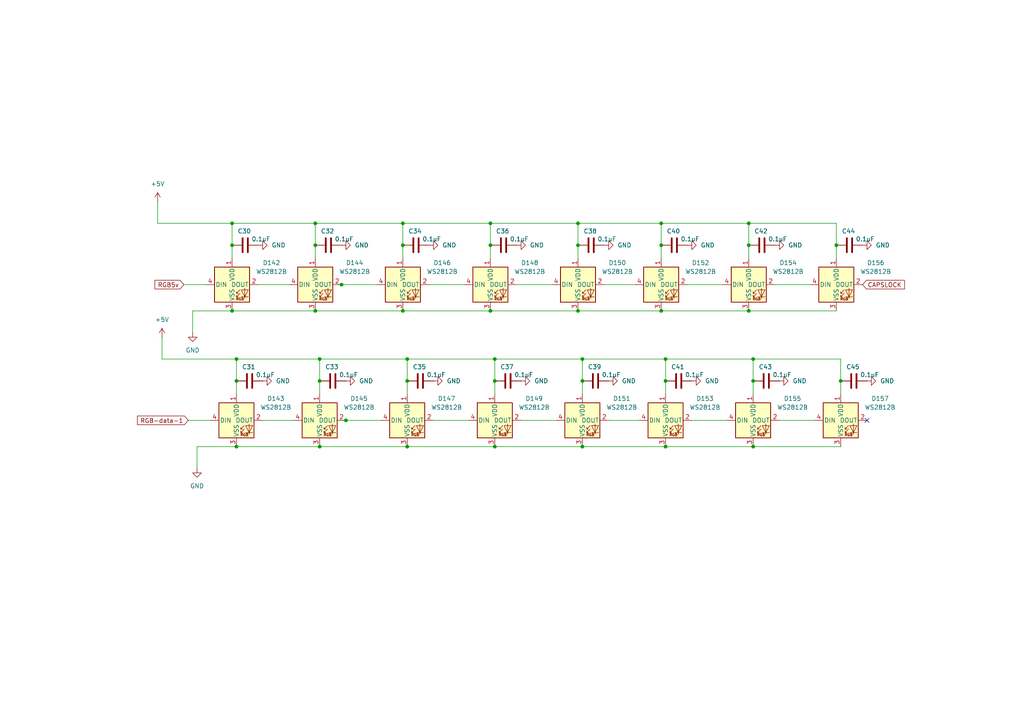
<source format=kicad_sch>
(kicad_sch
	(version 20250114)
	(generator "eeschema")
	(generator_version "9.0")
	(uuid "bdf60fff-84a2-46fc-bf2a-87c67e44d7b0")
	(paper "A4")
	(lib_symbols
		(symbol "Device:C"
			(pin_numbers
				(hide yes)
			)
			(pin_names
				(offset 0.254)
			)
			(exclude_from_sim no)
			(in_bom yes)
			(on_board yes)
			(property "Reference" "C"
				(at 0.635 2.54 0)
				(effects
					(font
						(size 1.27 1.27)
					)
					(justify left)
				)
			)
			(property "Value" "C"
				(at 0.635 -2.54 0)
				(effects
					(font
						(size 1.27 1.27)
					)
					(justify left)
				)
			)
			(property "Footprint" ""
				(at 0.9652 -3.81 0)
				(effects
					(font
						(size 1.27 1.27)
					)
					(hide yes)
				)
			)
			(property "Datasheet" "~"
				(at 0 0 0)
				(effects
					(font
						(size 1.27 1.27)
					)
					(hide yes)
				)
			)
			(property "Description" "Unpolarized capacitor"
				(at 0 0 0)
				(effects
					(font
						(size 1.27 1.27)
					)
					(hide yes)
				)
			)
			(property "ki_keywords" "cap capacitor"
				(at 0 0 0)
				(effects
					(font
						(size 1.27 1.27)
					)
					(hide yes)
				)
			)
			(property "ki_fp_filters" "C_*"
				(at 0 0 0)
				(effects
					(font
						(size 1.27 1.27)
					)
					(hide yes)
				)
			)
			(symbol "C_0_1"
				(polyline
					(pts
						(xy -2.032 0.762) (xy 2.032 0.762)
					)
					(stroke
						(width 0.508)
						(type default)
					)
					(fill
						(type none)
					)
				)
				(polyline
					(pts
						(xy -2.032 -0.762) (xy 2.032 -0.762)
					)
					(stroke
						(width 0.508)
						(type default)
					)
					(fill
						(type none)
					)
				)
			)
			(symbol "C_1_1"
				(pin passive line
					(at 0 3.81 270)
					(length 2.794)
					(name "~"
						(effects
							(font
								(size 1.27 1.27)
							)
						)
					)
					(number "1"
						(effects
							(font
								(size 1.27 1.27)
							)
						)
					)
				)
				(pin passive line
					(at 0 -3.81 90)
					(length 2.794)
					(name "~"
						(effects
							(font
								(size 1.27 1.27)
							)
						)
					)
					(number "2"
						(effects
							(font
								(size 1.27 1.27)
							)
						)
					)
				)
			)
			(embedded_fonts no)
		)
		(symbol "LED:WS2812B"
			(pin_names
				(offset 0.254)
			)
			(exclude_from_sim no)
			(in_bom yes)
			(on_board yes)
			(property "Reference" "D"
				(at 5.08 5.715 0)
				(effects
					(font
						(size 1.27 1.27)
					)
					(justify right bottom)
				)
			)
			(property "Value" "WS2812B"
				(at 1.27 -5.715 0)
				(effects
					(font
						(size 1.27 1.27)
					)
					(justify left top)
				)
			)
			(property "Footprint" "LED_SMD:LED_WS2812B_PLCC4_5.0x5.0mm_P3.2mm"
				(at 1.27 -7.62 0)
				(effects
					(font
						(size 1.27 1.27)
					)
					(justify left top)
					(hide yes)
				)
			)
			(property "Datasheet" "https://cdn-shop.adafruit.com/datasheets/WS2812B.pdf"
				(at 2.54 -9.525 0)
				(effects
					(font
						(size 1.27 1.27)
					)
					(justify left top)
					(hide yes)
				)
			)
			(property "Description" "RGB LED with integrated controller"
				(at 0 0 0)
				(effects
					(font
						(size 1.27 1.27)
					)
					(hide yes)
				)
			)
			(property "ki_keywords" "RGB LED NeoPixel addressable"
				(at 0 0 0)
				(effects
					(font
						(size 1.27 1.27)
					)
					(hide yes)
				)
			)
			(property "ki_fp_filters" "LED*WS2812*PLCC*5.0x5.0mm*P3.2mm*"
				(at 0 0 0)
				(effects
					(font
						(size 1.27 1.27)
					)
					(hide yes)
				)
			)
			(symbol "WS2812B_0_0"
				(text "RGB"
					(at 2.286 -4.191 0)
					(effects
						(font
							(size 0.762 0.762)
						)
					)
				)
			)
			(symbol "WS2812B_0_1"
				(polyline
					(pts
						(xy 1.27 -2.54) (xy 1.778 -2.54)
					)
					(stroke
						(width 0)
						(type default)
					)
					(fill
						(type none)
					)
				)
				(polyline
					(pts
						(xy 1.27 -3.556) (xy 1.778 -3.556)
					)
					(stroke
						(width 0)
						(type default)
					)
					(fill
						(type none)
					)
				)
				(polyline
					(pts
						(xy 2.286 -1.524) (xy 1.27 -2.54) (xy 1.27 -2.032)
					)
					(stroke
						(width 0)
						(type default)
					)
					(fill
						(type none)
					)
				)
				(polyline
					(pts
						(xy 2.286 -2.54) (xy 1.27 -3.556) (xy 1.27 -3.048)
					)
					(stroke
						(width 0)
						(type default)
					)
					(fill
						(type none)
					)
				)
				(polyline
					(pts
						(xy 3.683 -1.016) (xy 3.683 -3.556) (xy 3.683 -4.064)
					)
					(stroke
						(width 0)
						(type default)
					)
					(fill
						(type none)
					)
				)
				(polyline
					(pts
						(xy 4.699 -1.524) (xy 2.667 -1.524) (xy 3.683 -3.556) (xy 4.699 -1.524)
					)
					(stroke
						(width 0)
						(type default)
					)
					(fill
						(type none)
					)
				)
				(polyline
					(pts
						(xy 4.699 -3.556) (xy 2.667 -3.556)
					)
					(stroke
						(width 0)
						(type default)
					)
					(fill
						(type none)
					)
				)
				(rectangle
					(start 5.08 5.08)
					(end -5.08 -5.08)
					(stroke
						(width 0.254)
						(type default)
					)
					(fill
						(type background)
					)
				)
			)
			(symbol "WS2812B_1_1"
				(pin input line
					(at -7.62 0 0)
					(length 2.54)
					(name "DIN"
						(effects
							(font
								(size 1.27 1.27)
							)
						)
					)
					(number "4"
						(effects
							(font
								(size 1.27 1.27)
							)
						)
					)
				)
				(pin power_in line
					(at 0 7.62 270)
					(length 2.54)
					(name "VDD"
						(effects
							(font
								(size 1.27 1.27)
							)
						)
					)
					(number "1"
						(effects
							(font
								(size 1.27 1.27)
							)
						)
					)
				)
				(pin power_in line
					(at 0 -7.62 90)
					(length 2.54)
					(name "VSS"
						(effects
							(font
								(size 1.27 1.27)
							)
						)
					)
					(number "3"
						(effects
							(font
								(size 1.27 1.27)
							)
						)
					)
				)
				(pin output line
					(at 7.62 0 180)
					(length 2.54)
					(name "DOUT"
						(effects
							(font
								(size 1.27 1.27)
							)
						)
					)
					(number "2"
						(effects
							(font
								(size 1.27 1.27)
							)
						)
					)
				)
			)
			(embedded_fonts no)
		)
		(symbol "power:+5V"
			(power)
			(pin_numbers
				(hide yes)
			)
			(pin_names
				(offset 0)
				(hide yes)
			)
			(exclude_from_sim no)
			(in_bom yes)
			(on_board yes)
			(property "Reference" "#PWR"
				(at 0 -3.81 0)
				(effects
					(font
						(size 1.27 1.27)
					)
					(hide yes)
				)
			)
			(property "Value" "+5V"
				(at 0 3.556 0)
				(effects
					(font
						(size 1.27 1.27)
					)
				)
			)
			(property "Footprint" ""
				(at 0 0 0)
				(effects
					(font
						(size 1.27 1.27)
					)
					(hide yes)
				)
			)
			(property "Datasheet" ""
				(at 0 0 0)
				(effects
					(font
						(size 1.27 1.27)
					)
					(hide yes)
				)
			)
			(property "Description" "Power symbol creates a global label with name \"+5V\""
				(at 0 0 0)
				(effects
					(font
						(size 1.27 1.27)
					)
					(hide yes)
				)
			)
			(property "ki_keywords" "global power"
				(at 0 0 0)
				(effects
					(font
						(size 1.27 1.27)
					)
					(hide yes)
				)
			)
			(symbol "+5V_0_1"
				(polyline
					(pts
						(xy -0.762 1.27) (xy 0 2.54)
					)
					(stroke
						(width 0)
						(type default)
					)
					(fill
						(type none)
					)
				)
				(polyline
					(pts
						(xy 0 2.54) (xy 0.762 1.27)
					)
					(stroke
						(width 0)
						(type default)
					)
					(fill
						(type none)
					)
				)
				(polyline
					(pts
						(xy 0 0) (xy 0 2.54)
					)
					(stroke
						(width 0)
						(type default)
					)
					(fill
						(type none)
					)
				)
			)
			(symbol "+5V_1_1"
				(pin power_in line
					(at 0 0 90)
					(length 0)
					(name "~"
						(effects
							(font
								(size 1.27 1.27)
							)
						)
					)
					(number "1"
						(effects
							(font
								(size 1.27 1.27)
							)
						)
					)
				)
			)
			(embedded_fonts no)
		)
		(symbol "power:GND"
			(power)
			(pin_numbers
				(hide yes)
			)
			(pin_names
				(offset 0)
				(hide yes)
			)
			(exclude_from_sim no)
			(in_bom yes)
			(on_board yes)
			(property "Reference" "#PWR"
				(at 0 -6.35 0)
				(effects
					(font
						(size 1.27 1.27)
					)
					(hide yes)
				)
			)
			(property "Value" "GND"
				(at 0 -3.81 0)
				(effects
					(font
						(size 1.27 1.27)
					)
				)
			)
			(property "Footprint" ""
				(at 0 0 0)
				(effects
					(font
						(size 1.27 1.27)
					)
					(hide yes)
				)
			)
			(property "Datasheet" ""
				(at 0 0 0)
				(effects
					(font
						(size 1.27 1.27)
					)
					(hide yes)
				)
			)
			(property "Description" "Power symbol creates a global label with name \"GND\" , ground"
				(at 0 0 0)
				(effects
					(font
						(size 1.27 1.27)
					)
					(hide yes)
				)
			)
			(property "ki_keywords" "global power"
				(at 0 0 0)
				(effects
					(font
						(size 1.27 1.27)
					)
					(hide yes)
				)
			)
			(symbol "GND_0_1"
				(polyline
					(pts
						(xy 0 0) (xy 0 -1.27) (xy 1.27 -1.27) (xy 0 -2.54) (xy -1.27 -1.27) (xy 0 -1.27)
					)
					(stroke
						(width 0)
						(type default)
					)
					(fill
						(type none)
					)
				)
			)
			(symbol "GND_1_1"
				(pin power_in line
					(at 0 0 270)
					(length 0)
					(name "~"
						(effects
							(font
								(size 1.27 1.27)
							)
						)
					)
					(number "1"
						(effects
							(font
								(size 1.27 1.27)
							)
						)
					)
				)
			)
			(embedded_fonts no)
		)
	)
	(junction
		(at 68.58 129.54)
		(diameter 0)
		(color 0 0 0 0)
		(uuid "09ad88aa-8761-4a8a-90d8-877e4951e3a6")
	)
	(junction
		(at 168.91 129.54)
		(diameter 0)
		(color 0 0 0 0)
		(uuid "17b49772-8b97-4a51-9ac3-419cf6f1306d")
	)
	(junction
		(at 168.91 104.14)
		(diameter 0)
		(color 0 0 0 0)
		(uuid "1a883113-9f62-4294-b58a-f0fe17900784")
	)
	(junction
		(at 243.84 110.49)
		(diameter 0)
		(color 0 0 0 0)
		(uuid "1f9af870-022b-42f4-8079-f2a7f3d01d67")
	)
	(junction
		(at 67.31 90.17)
		(diameter 0)
		(color 0 0 0 0)
		(uuid "233a39e7-8e14-4fdf-8ccc-8f1b46ad91e3")
	)
	(junction
		(at 68.58 110.49)
		(diameter 0)
		(color 0 0 0 0)
		(uuid "23bd543d-5db9-4f78-bdda-31f66559e64b")
	)
	(junction
		(at 142.24 71.12)
		(diameter 0)
		(color 0 0 0 0)
		(uuid "2a50ec70-5eef-43ba-bbb7-35e35e6d50b4")
	)
	(junction
		(at 193.04 129.54)
		(diameter 0)
		(color 0 0 0 0)
		(uuid "2c83686e-849e-4dc9-9450-314392d3c427")
	)
	(junction
		(at 116.84 64.77)
		(diameter 0)
		(color 0 0 0 0)
		(uuid "2fb84aa9-e86a-45a9-860a-fd1c06b5d924")
	)
	(junction
		(at 217.17 64.77)
		(diameter 0)
		(color 0 0 0 0)
		(uuid "306247c0-1328-4d38-a273-94366f33b3bc")
	)
	(junction
		(at 92.71 129.54)
		(diameter 0)
		(color 0 0 0 0)
		(uuid "3ee5ec1e-a8fa-4fb6-8bab-b835978aef76")
	)
	(junction
		(at 191.77 71.12)
		(diameter 0)
		(color 0 0 0 0)
		(uuid "43eaea5c-1bc6-4f1d-974c-a68ffac51971")
	)
	(junction
		(at 168.91 110.49)
		(diameter 0)
		(color 0 0 0 0)
		(uuid "451cb4c8-02d8-4218-a1ce-b82756b7c3a9")
	)
	(junction
		(at 116.84 71.12)
		(diameter 0)
		(color 0 0 0 0)
		(uuid "4de8ecd0-9224-4391-86f6-cd05c7456893")
	)
	(junction
		(at 191.77 64.77)
		(diameter 0)
		(color 0 0 0 0)
		(uuid "5d86f8ae-a04f-47ff-b6de-9dd94c33d49e")
	)
	(junction
		(at 167.64 64.77)
		(diameter 0)
		(color 0 0 0 0)
		(uuid "5db5e63d-57f3-40df-b033-f0787bd0c297")
	)
	(junction
		(at 242.57 71.12)
		(diameter 0)
		(color 0 0 0 0)
		(uuid "616c9467-d54a-4ab4-a65f-e4239ac19716")
	)
	(junction
		(at 193.04 110.49)
		(diameter 0)
		(color 0 0 0 0)
		(uuid "688cb36e-3f7a-4072-8bc3-f073fd7397fd")
	)
	(junction
		(at 218.44 129.54)
		(diameter 0)
		(color 0 0 0 0)
		(uuid "6a910d31-d689-42c4-aed3-186cbd4c07ba")
	)
	(junction
		(at 217.17 71.12)
		(diameter 0)
		(color 0 0 0 0)
		(uuid "6bd3ce7f-125e-4011-bbae-543ecdd0ed92")
	)
	(junction
		(at 92.71 110.49)
		(diameter 0)
		(color 0 0 0 0)
		(uuid "6d3a5339-5ab0-4bcd-aa56-87e551ba78ab")
	)
	(junction
		(at 143.51 104.14)
		(diameter 0)
		(color 0 0 0 0)
		(uuid "6e44462f-d5d1-4c98-8aa4-1671f308fa97")
	)
	(junction
		(at 118.11 104.14)
		(diameter 0)
		(color 0 0 0 0)
		(uuid "71cfbf0c-55bf-476b-a779-5e840711006b")
	)
	(junction
		(at 67.31 71.12)
		(diameter 0)
		(color 0 0 0 0)
		(uuid "741cb02c-6d4d-4125-9011-0b23319f27d9")
	)
	(junction
		(at 142.24 64.77)
		(diameter 0)
		(color 0 0 0 0)
		(uuid "74e2a443-0326-41a6-a84d-5f12c1845485")
	)
	(junction
		(at 191.77 90.17)
		(diameter 0)
		(color 0 0 0 0)
		(uuid "7eca9f58-fb41-41b6-b047-681d9ca9b904")
	)
	(junction
		(at 91.44 71.12)
		(diameter 0)
		(color 0 0 0 0)
		(uuid "9014c9ad-64a8-42ea-be9c-b918a39ee795")
	)
	(junction
		(at 67.31 64.77)
		(diameter 0)
		(color 0 0 0 0)
		(uuid "96aeb6ac-ff1a-4de2-9b02-82727c8821fd")
	)
	(junction
		(at 193.04 104.14)
		(diameter 0)
		(color 0 0 0 0)
		(uuid "9d89e288-bd12-4c33-acc2-94972fe69067")
	)
	(junction
		(at 167.64 90.17)
		(diameter 0)
		(color 0 0 0 0)
		(uuid "a48ad726-c748-4b28-9525-f962a28eef89")
	)
	(junction
		(at 142.24 90.17)
		(diameter 0)
		(color 0 0 0 0)
		(uuid "a4f989d7-862f-4ffc-b662-ebd316df8465")
	)
	(junction
		(at 167.64 71.12)
		(diameter 0)
		(color 0 0 0 0)
		(uuid "a5dd6167-41f4-418f-901a-aa88b9e8ae61")
	)
	(junction
		(at 118.11 110.49)
		(diameter 0)
		(color 0 0 0 0)
		(uuid "a95942f0-86fa-49b1-a1a4-a92d92e7a1e9")
	)
	(junction
		(at 100.33 121.92)
		(diameter 0)
		(color 0 0 0 0)
		(uuid "b62855fc-da89-42d2-9f13-c2cc779cf9dd")
	)
	(junction
		(at 68.58 104.14)
		(diameter 0)
		(color 0 0 0 0)
		(uuid "d254f313-84e1-4724-b1d0-10f95c2f5176")
	)
	(junction
		(at 91.44 90.17)
		(diameter 0)
		(color 0 0 0 0)
		(uuid "d4b30cd1-4169-44b0-b28b-2a75958bcb3c")
	)
	(junction
		(at 99.06 82.55)
		(diameter 0)
		(color 0 0 0 0)
		(uuid "d794a2ab-4dc3-40a9-af26-f3295e7efd76")
	)
	(junction
		(at 143.51 129.54)
		(diameter 0)
		(color 0 0 0 0)
		(uuid "d97ce5ac-6739-4ba1-9586-50e5e5a2f77d")
	)
	(junction
		(at 218.44 104.14)
		(diameter 0)
		(color 0 0 0 0)
		(uuid "dbccce7a-2f7a-4752-902b-0d85e994f2fb")
	)
	(junction
		(at 116.84 90.17)
		(diameter 0)
		(color 0 0 0 0)
		(uuid "e053bd40-b1ee-4c9d-8380-51377f11ebe6")
	)
	(junction
		(at 92.71 104.14)
		(diameter 0)
		(color 0 0 0 0)
		(uuid "e59f3a3f-a672-419e-9169-a3d94ce0b862")
	)
	(junction
		(at 143.51 110.49)
		(diameter 0)
		(color 0 0 0 0)
		(uuid "e5bb2b67-9eca-4f8d-ba2c-58c7887675bf")
	)
	(junction
		(at 118.11 129.54)
		(diameter 0)
		(color 0 0 0 0)
		(uuid "eacc8065-7318-495f-8951-2ecad30a7fe0")
	)
	(junction
		(at 217.17 90.17)
		(diameter 0)
		(color 0 0 0 0)
		(uuid "f2edc2ec-0f2a-4cad-831f-5b0a97d25c4d")
	)
	(junction
		(at 91.44 64.77)
		(diameter 0)
		(color 0 0 0 0)
		(uuid "f5edfa88-fa73-4731-843c-0b3f6950c468")
	)
	(junction
		(at 218.44 110.49)
		(diameter 0)
		(color 0 0 0 0)
		(uuid "fc2cf56d-25c3-4179-b15a-67d9019bcc87")
	)
	(no_connect
		(at 251.46 121.92)
		(uuid "cf7742f4-8b60-452e-87ad-f8c6319264bc")
	)
	(wire
		(pts
			(xy 97.79 82.55) (xy 99.06 82.55)
		)
		(stroke
			(width 0)
			(type default)
		)
		(uuid "05c57f69-d8c6-42cf-8070-afdc52af8f2a")
	)
	(wire
		(pts
			(xy 193.04 104.14) (xy 193.04 110.49)
		)
		(stroke
			(width 0)
			(type default)
		)
		(uuid "08117ac5-e26b-4dcb-9dd8-e124f37a4e1f")
	)
	(wire
		(pts
			(xy 168.91 110.49) (xy 168.91 114.3)
		)
		(stroke
			(width 0)
			(type default)
		)
		(uuid "097fb08a-4b61-467a-911f-236254b80ab1")
	)
	(wire
		(pts
			(xy 242.57 64.77) (xy 242.57 71.12)
		)
		(stroke
			(width 0)
			(type default)
		)
		(uuid "0dc347af-5974-406b-9106-8ab53c161e3b")
	)
	(wire
		(pts
			(xy 76.2 121.92) (xy 85.09 121.92)
		)
		(stroke
			(width 0)
			(type default)
		)
		(uuid "10354bc8-7ca3-4ce4-832c-d1a0bacdd120")
	)
	(wire
		(pts
			(xy 116.84 90.17) (xy 142.24 90.17)
		)
		(stroke
			(width 0)
			(type default)
		)
		(uuid "12db39be-5cc7-428d-8ea3-fe57d2a31e48")
	)
	(wire
		(pts
			(xy 100.33 121.92) (xy 110.49 121.92)
		)
		(stroke
			(width 0)
			(type default)
		)
		(uuid "1fac8ed3-e751-404b-98ed-3198df4b6366")
	)
	(wire
		(pts
			(xy 67.31 64.77) (xy 91.44 64.77)
		)
		(stroke
			(width 0)
			(type default)
		)
		(uuid "210c8e1c-3a33-4a77-a05d-29f1a25f0260")
	)
	(wire
		(pts
			(xy 45.72 64.77) (xy 67.31 64.77)
		)
		(stroke
			(width 0)
			(type default)
		)
		(uuid "2137a90d-6d13-4641-b9ae-88ece4328329")
	)
	(wire
		(pts
			(xy 92.71 110.49) (xy 92.71 114.3)
		)
		(stroke
			(width 0)
			(type default)
		)
		(uuid "2252f66f-8918-410a-8c6f-4290c3735d24")
	)
	(wire
		(pts
			(xy 143.51 104.14) (xy 168.91 104.14)
		)
		(stroke
			(width 0)
			(type default)
		)
		(uuid "2b4f6250-4e3f-49ed-9006-14e99a0da463")
	)
	(wire
		(pts
			(xy 142.24 90.17) (xy 167.64 90.17)
		)
		(stroke
			(width 0)
			(type default)
		)
		(uuid "2d044f9f-e8cd-4ebe-924c-04b9f3b4b8ad")
	)
	(wire
		(pts
			(xy 218.44 104.14) (xy 218.44 110.49)
		)
		(stroke
			(width 0)
			(type default)
		)
		(uuid "30818fef-61c5-41df-b1da-20a94b317f18")
	)
	(wire
		(pts
			(xy 125.73 121.92) (xy 135.89 121.92)
		)
		(stroke
			(width 0)
			(type default)
		)
		(uuid "308bba94-5cae-4905-a4ab-8c62af726b66")
	)
	(wire
		(pts
			(xy 91.44 64.77) (xy 116.84 64.77)
		)
		(stroke
			(width 0)
			(type default)
		)
		(uuid "325bb0f6-df5d-4905-b51c-b10618c40a4f")
	)
	(wire
		(pts
			(xy 55.88 96.52) (xy 55.88 90.17)
		)
		(stroke
			(width 0)
			(type default)
		)
		(uuid "32e12f32-0c06-4d1a-a7fc-ccaa93e45bc5")
	)
	(wire
		(pts
			(xy 191.77 71.12) (xy 191.77 74.93)
		)
		(stroke
			(width 0)
			(type default)
		)
		(uuid "32e4b559-4265-4e50-bd18-57a5980158c2")
	)
	(wire
		(pts
			(xy 45.72 58.42) (xy 45.72 64.77)
		)
		(stroke
			(width 0)
			(type default)
		)
		(uuid "335bc8fe-1ed7-4b80-831b-e40ebbfe7b73")
	)
	(wire
		(pts
			(xy 151.13 121.92) (xy 161.29 121.92)
		)
		(stroke
			(width 0)
			(type default)
		)
		(uuid "33615102-505d-447e-8371-cad43d8419c7")
	)
	(wire
		(pts
			(xy 217.17 64.77) (xy 242.57 64.77)
		)
		(stroke
			(width 0)
			(type default)
		)
		(uuid "33efc7aa-d37f-48dd-9701-cf2068b5ed8a")
	)
	(wire
		(pts
			(xy 116.84 64.77) (xy 142.24 64.77)
		)
		(stroke
			(width 0)
			(type default)
		)
		(uuid "35d37fed-d6b9-406b-bcbd-d928887b80bb")
	)
	(wire
		(pts
			(xy 191.77 64.77) (xy 191.77 71.12)
		)
		(stroke
			(width 0)
			(type default)
		)
		(uuid "37ac0fe8-f253-4126-92a7-25ac14061af6")
	)
	(wire
		(pts
			(xy 217.17 71.12) (xy 217.17 74.93)
		)
		(stroke
			(width 0)
			(type default)
		)
		(uuid "3a919ef8-a8ff-4f37-b3cc-d1597daff7bc")
	)
	(wire
		(pts
			(xy 143.51 104.14) (xy 143.51 110.49)
		)
		(stroke
			(width 0)
			(type default)
		)
		(uuid "3bd8b754-6583-4b7e-bd06-436c9d761e00")
	)
	(wire
		(pts
			(xy 175.26 82.55) (xy 184.15 82.55)
		)
		(stroke
			(width 0)
			(type default)
		)
		(uuid "3bee5c41-213f-4b2f-901f-1057c0136375")
	)
	(wire
		(pts
			(xy 142.24 64.77) (xy 167.64 64.77)
		)
		(stroke
			(width 0)
			(type default)
		)
		(uuid "3ee69c7e-c986-4458-9f5e-9fa1a9018bdd")
	)
	(wire
		(pts
			(xy 167.64 64.77) (xy 191.77 64.77)
		)
		(stroke
			(width 0)
			(type default)
		)
		(uuid "428d058b-5efa-4eb4-ba46-52f1982b6a6e")
	)
	(wire
		(pts
			(xy 191.77 90.17) (xy 217.17 90.17)
		)
		(stroke
			(width 0)
			(type default)
		)
		(uuid "43662217-a296-4e5c-b143-cf7621f0ba04")
	)
	(wire
		(pts
			(xy 218.44 110.49) (xy 218.44 114.3)
		)
		(stroke
			(width 0)
			(type default)
		)
		(uuid "45d9d949-c41d-4ef3-ae7e-c50a0af0b9b6")
	)
	(wire
		(pts
			(xy 54.61 121.92) (xy 60.96 121.92)
		)
		(stroke
			(width 0)
			(type default)
		)
		(uuid "4adf4a1c-c25f-4d65-b7ef-f0faaee4ccdb")
	)
	(wire
		(pts
			(xy 168.91 104.14) (xy 193.04 104.14)
		)
		(stroke
			(width 0)
			(type default)
		)
		(uuid "4b812b99-cb3d-411c-b356-b8943da70f74")
	)
	(wire
		(pts
			(xy 224.79 82.55) (xy 234.95 82.55)
		)
		(stroke
			(width 0)
			(type default)
		)
		(uuid "4ead614e-2dc7-423d-891c-56d691bc796e")
	)
	(wire
		(pts
			(xy 116.84 71.12) (xy 116.84 74.93)
		)
		(stroke
			(width 0)
			(type default)
		)
		(uuid "5816591e-d1c2-4dcb-bea2-f69f4a0425ed")
	)
	(wire
		(pts
			(xy 118.11 104.14) (xy 118.11 110.49)
		)
		(stroke
			(width 0)
			(type default)
		)
		(uuid "58848adb-0ff9-47ad-9c4e-27c7b28ca2aa")
	)
	(wire
		(pts
			(xy 199.39 82.55) (xy 209.55 82.55)
		)
		(stroke
			(width 0)
			(type default)
		)
		(uuid "58b7cf6f-62a8-41df-b035-703442900e65")
	)
	(wire
		(pts
			(xy 193.04 104.14) (xy 218.44 104.14)
		)
		(stroke
			(width 0)
			(type default)
		)
		(uuid "5a65cadb-c2e0-4418-b596-2e2dc811b8f9")
	)
	(wire
		(pts
			(xy 118.11 110.49) (xy 118.11 114.3)
		)
		(stroke
			(width 0)
			(type default)
		)
		(uuid "5af80e6a-110c-439c-a56f-88876cf963ea")
	)
	(wire
		(pts
			(xy 217.17 64.77) (xy 217.17 71.12)
		)
		(stroke
			(width 0)
			(type default)
		)
		(uuid "5e24eb14-540c-4584-8c06-bcbcd1efc262")
	)
	(wire
		(pts
			(xy 99.06 121.92) (xy 100.33 121.92)
		)
		(stroke
			(width 0)
			(type default)
		)
		(uuid "63be38e8-4105-4041-b0ad-d0191b5ebe71")
	)
	(wire
		(pts
			(xy 167.64 71.12) (xy 167.64 74.93)
		)
		(stroke
			(width 0)
			(type default)
		)
		(uuid "642188e0-6170-4c0e-85fc-9587d6175d09")
	)
	(wire
		(pts
			(xy 143.51 110.49) (xy 143.51 114.3)
		)
		(stroke
			(width 0)
			(type default)
		)
		(uuid "68a5b0a0-45d2-45c8-8363-b6a7d749b068")
	)
	(wire
		(pts
			(xy 143.51 129.54) (xy 168.91 129.54)
		)
		(stroke
			(width 0)
			(type default)
		)
		(uuid "6de60916-e6dc-4495-b357-0a9a78f29c33")
	)
	(wire
		(pts
			(xy 57.15 135.89) (xy 57.15 129.54)
		)
		(stroke
			(width 0)
			(type default)
		)
		(uuid "7681acac-671e-48df-b6cd-0d1bc582fbf4")
	)
	(wire
		(pts
			(xy 218.44 104.14) (xy 243.84 104.14)
		)
		(stroke
			(width 0)
			(type default)
		)
		(uuid "7ac4bcbe-8cd9-4c87-ba89-c3a048e09c6a")
	)
	(wire
		(pts
			(xy 149.86 82.55) (xy 160.02 82.55)
		)
		(stroke
			(width 0)
			(type default)
		)
		(uuid "7dd09894-d900-4de6-be57-2df87a6141a3")
	)
	(wire
		(pts
			(xy 53.34 82.55) (xy 59.69 82.55)
		)
		(stroke
			(width 0)
			(type default)
		)
		(uuid "815065d8-2e7a-4f9c-bfc4-58df6bd26c68")
	)
	(wire
		(pts
			(xy 67.31 71.12) (xy 67.31 74.93)
		)
		(stroke
			(width 0)
			(type default)
		)
		(uuid "815478ec-de46-4101-baa7-e61b3a6b17aa")
	)
	(wire
		(pts
			(xy 168.91 104.14) (xy 168.91 110.49)
		)
		(stroke
			(width 0)
			(type default)
		)
		(uuid "8e2f8f88-9c47-4008-8c3a-7e1810b1fbfb")
	)
	(wire
		(pts
			(xy 68.58 104.14) (xy 92.71 104.14)
		)
		(stroke
			(width 0)
			(type default)
		)
		(uuid "8edbb55a-191e-49c9-9a8a-e22c42a75907")
	)
	(wire
		(pts
			(xy 46.99 97.79) (xy 46.99 104.14)
		)
		(stroke
			(width 0)
			(type default)
		)
		(uuid "90eea311-e9a5-408c-b384-0c95a01e3d52")
	)
	(wire
		(pts
			(xy 68.58 110.49) (xy 68.58 114.3)
		)
		(stroke
			(width 0)
			(type default)
		)
		(uuid "959439e8-e0fc-4279-a166-149d49497c34")
	)
	(wire
		(pts
			(xy 193.04 129.54) (xy 218.44 129.54)
		)
		(stroke
			(width 0)
			(type default)
		)
		(uuid "9c4e6d95-753a-4c99-85f1-ceb645a23914")
	)
	(wire
		(pts
			(xy 68.58 129.54) (xy 92.71 129.54)
		)
		(stroke
			(width 0)
			(type default)
		)
		(uuid "a12f2d78-55ea-4b19-9e0e-347f1177f545")
	)
	(wire
		(pts
			(xy 91.44 71.12) (xy 91.44 74.93)
		)
		(stroke
			(width 0)
			(type default)
		)
		(uuid "a1637f93-22e8-4155-8b5c-f70bed84d54d")
	)
	(wire
		(pts
			(xy 243.84 110.49) (xy 243.84 114.3)
		)
		(stroke
			(width 0)
			(type default)
		)
		(uuid "ae14bf62-eb91-4cd5-b783-8d014ebcf89d")
	)
	(wire
		(pts
			(xy 68.58 104.14) (xy 68.58 110.49)
		)
		(stroke
			(width 0)
			(type default)
		)
		(uuid "b16db654-afb1-434a-8f23-fe0df31f800a")
	)
	(wire
		(pts
			(xy 99.06 82.55) (xy 109.22 82.55)
		)
		(stroke
			(width 0)
			(type default)
		)
		(uuid "b1e71131-1e8f-49ee-ba3a-438173dbb05d")
	)
	(wire
		(pts
			(xy 67.31 64.77) (xy 67.31 71.12)
		)
		(stroke
			(width 0)
			(type default)
		)
		(uuid "b62c1501-fa2b-4cc6-8e53-7ad0d0ea191a")
	)
	(wire
		(pts
			(xy 124.46 82.55) (xy 134.62 82.55)
		)
		(stroke
			(width 0)
			(type default)
		)
		(uuid "bb493486-3aa2-420f-bd18-ffd1ba29ae5f")
	)
	(wire
		(pts
			(xy 142.24 71.12) (xy 142.24 74.93)
		)
		(stroke
			(width 0)
			(type default)
		)
		(uuid "bbe2c1e9-77c3-4788-a378-7abfbb0b6f38")
	)
	(wire
		(pts
			(xy 193.04 110.49) (xy 193.04 114.3)
		)
		(stroke
			(width 0)
			(type default)
		)
		(uuid "bd83eaaf-94e0-4bbb-ae99-b7d6cbbf9db4")
	)
	(wire
		(pts
			(xy 57.15 129.54) (xy 68.58 129.54)
		)
		(stroke
			(width 0)
			(type default)
		)
		(uuid "bdb4b35d-6fc1-4ca8-95ba-84bf4061eeda")
	)
	(wire
		(pts
			(xy 92.71 104.14) (xy 118.11 104.14)
		)
		(stroke
			(width 0)
			(type default)
		)
		(uuid "c0b8146e-2ca0-4637-83c6-6311d34e956a")
	)
	(wire
		(pts
			(xy 242.57 71.12) (xy 242.57 74.93)
		)
		(stroke
			(width 0)
			(type default)
		)
		(uuid "c0f9d39f-16f7-40b3-8f4b-a083843ac31d")
	)
	(wire
		(pts
			(xy 243.84 104.14) (xy 243.84 110.49)
		)
		(stroke
			(width 0)
			(type default)
		)
		(uuid "c11c69b3-805f-4b32-88ed-b31949466a8e")
	)
	(wire
		(pts
			(xy 91.44 90.17) (xy 116.84 90.17)
		)
		(stroke
			(width 0)
			(type default)
		)
		(uuid "c26edfcf-f999-4991-b602-3d2fb2e79639")
	)
	(wire
		(pts
			(xy 191.77 64.77) (xy 217.17 64.77)
		)
		(stroke
			(width 0)
			(type default)
		)
		(uuid "c2719871-7a4e-47e9-b6af-f3270e9a273f")
	)
	(wire
		(pts
			(xy 218.44 129.54) (xy 243.84 129.54)
		)
		(stroke
			(width 0)
			(type default)
		)
		(uuid "c304f68d-c308-4d13-88a4-ff5f2cd3281c")
	)
	(wire
		(pts
			(xy 176.53 121.92) (xy 185.42 121.92)
		)
		(stroke
			(width 0)
			(type default)
		)
		(uuid "c5c5c7f2-6fe8-44e3-a7cf-faee1fee6136")
	)
	(wire
		(pts
			(xy 91.44 64.77) (xy 91.44 71.12)
		)
		(stroke
			(width 0)
			(type default)
		)
		(uuid "cb944fec-b5ce-4715-9a24-a304e0e3efce")
	)
	(wire
		(pts
			(xy 67.31 90.17) (xy 91.44 90.17)
		)
		(stroke
			(width 0)
			(type default)
		)
		(uuid "cd1870ad-784e-4713-a8a2-5b99cf4e34a9")
	)
	(wire
		(pts
			(xy 46.99 104.14) (xy 68.58 104.14)
		)
		(stroke
			(width 0)
			(type default)
		)
		(uuid "cd574d8d-4f6a-4d16-b449-a67f8eba0152")
	)
	(wire
		(pts
			(xy 217.17 90.17) (xy 242.57 90.17)
		)
		(stroke
			(width 0)
			(type default)
		)
		(uuid "d0e51205-fc3a-4604-84fe-e1a6dba010ff")
	)
	(wire
		(pts
			(xy 167.64 90.17) (xy 191.77 90.17)
		)
		(stroke
			(width 0)
			(type default)
		)
		(uuid "d517d9ed-c0fe-49d6-8938-4d8844d881e3")
	)
	(wire
		(pts
			(xy 118.11 129.54) (xy 143.51 129.54)
		)
		(stroke
			(width 0)
			(type default)
		)
		(uuid "d86edb63-3089-4ae1-b46b-6d50c17549f1")
	)
	(wire
		(pts
			(xy 55.88 90.17) (xy 67.31 90.17)
		)
		(stroke
			(width 0)
			(type default)
		)
		(uuid "d887b283-d5ef-4972-91d4-3e6ef5f8af04")
	)
	(wire
		(pts
			(xy 118.11 104.14) (xy 143.51 104.14)
		)
		(stroke
			(width 0)
			(type default)
		)
		(uuid "d89c0eea-8800-41b7-8f46-45917554645e")
	)
	(wire
		(pts
			(xy 142.24 64.77) (xy 142.24 71.12)
		)
		(stroke
			(width 0)
			(type default)
		)
		(uuid "dc17deda-95d9-44a7-86f5-001a49ca3b71")
	)
	(wire
		(pts
			(xy 92.71 129.54) (xy 118.11 129.54)
		)
		(stroke
			(width 0)
			(type default)
		)
		(uuid "dec29cf6-a939-4de7-85c7-11334fe50f1c")
	)
	(wire
		(pts
			(xy 167.64 64.77) (xy 167.64 71.12)
		)
		(stroke
			(width 0)
			(type default)
		)
		(uuid "df3ada3d-6b64-42fa-a40a-faac7c825ba5")
	)
	(wire
		(pts
			(xy 116.84 64.77) (xy 116.84 71.12)
		)
		(stroke
			(width 0)
			(type default)
		)
		(uuid "e03d3076-a693-4569-bf4e-c190c5bb1860")
	)
	(wire
		(pts
			(xy 74.93 82.55) (xy 83.82 82.55)
		)
		(stroke
			(width 0)
			(type default)
		)
		(uuid "ef350353-9dd6-4e26-8c19-ed7f098e58fb")
	)
	(wire
		(pts
			(xy 226.06 121.92) (xy 236.22 121.92)
		)
		(stroke
			(width 0)
			(type default)
		)
		(uuid "f0bcd34c-52b0-4475-b05e-16b91a29e693")
	)
	(wire
		(pts
			(xy 168.91 129.54) (xy 193.04 129.54)
		)
		(stroke
			(width 0)
			(type default)
		)
		(uuid "f5e67a9a-2f84-49b7-85ca-2b07f2607fa7")
	)
	(wire
		(pts
			(xy 92.71 104.14) (xy 92.71 110.49)
		)
		(stroke
			(width 0)
			(type default)
		)
		(uuid "fea8722c-098b-49a9-980f-65c73527a867")
	)
	(wire
		(pts
			(xy 200.66 121.92) (xy 210.82 121.92)
		)
		(stroke
			(width 0)
			(type default)
		)
		(uuid "febcad72-07fb-49be-a76a-b4142531ec42")
	)
	(global_label "RGB5v"
		(shape input)
		(at 53.34 82.55 180)
		(fields_autoplaced yes)
		(effects
			(font
				(size 1.27 1.27)
			)
			(justify right)
		)
		(uuid "a4c74a2d-7871-4b13-97e6-7d8ee7adc943")
		(property "Intersheetrefs" "${INTERSHEET_REFS}"
			(at 44.3677 82.55 0)
			(effects
				(font
					(size 1.27 1.27)
				)
				(justify right)
				(hide yes)
			)
		)
	)
	(global_label "RGB-data-1"
		(shape input)
		(at 54.61 121.92 180)
		(fields_autoplaced yes)
		(effects
			(font
				(size 1.27 1.27)
			)
			(justify right)
		)
		(uuid "c6742a49-3002-422d-af43-91bb5250cf82")
		(property "Intersheetrefs" "${INTERSHEET_REFS}"
			(at 39.2878 121.92 0)
			(effects
				(font
					(size 1.27 1.27)
				)
				(justify right)
				(hide yes)
			)
		)
	)
	(global_label "CAPSLOCK"
		(shape input)
		(at 250.19 82.55 0)
		(fields_autoplaced yes)
		(effects
			(font
				(size 1.27 1.27)
			)
			(justify left)
		)
		(uuid "d144978f-0799-4519-b545-fe549529bf7c")
		(property "Intersheetrefs" "${INTERSHEET_REFS}"
			(at 262.9119 82.55 0)
			(effects
				(font
					(size 1.27 1.27)
				)
				(justify left)
				(hide yes)
			)
		)
	)
	(symbol
		(lib_id "LED:WS2812B")
		(at 91.44 82.55 0)
		(unit 1)
		(exclude_from_sim no)
		(in_bom yes)
		(on_board yes)
		(dnp no)
		(fields_autoplaced yes)
		(uuid "01aaa773-bfb2-42d1-b959-d8f7e5202019")
		(property "Reference" "D144"
			(at 102.87 76.2314 0)
			(effects
				(font
					(size 1.27 1.27)
				)
			)
		)
		(property "Value" "WS2812B"
			(at 102.87 78.7714 0)
			(effects
				(font
					(size 1.27 1.27)
				)
			)
		)
		(property "Footprint" "LED_SMD:LED_WS2812B_PLCC4_5.0x5.0mm_P3.2mm"
			(at 92.71 90.17 0)
			(effects
				(font
					(size 1.27 1.27)
				)
				(justify left top)
				(hide yes)
			)
		)
		(property "Datasheet" "https://cdn-shop.adafruit.com/datasheets/WS2812B.pdf"
			(at 93.98 92.075 0)
			(effects
				(font
					(size 1.27 1.27)
				)
				(justify left top)
				(hide yes)
			)
		)
		(property "Description" "RGB LED with integrated controller"
			(at 91.44 82.55 0)
			(effects
				(font
					(size 1.27 1.27)
				)
				(hide yes)
			)
		)
		(pin "4"
			(uuid "541e7687-7850-451d-b073-a1d8e1a794d5")
		)
		(pin "2"
			(uuid "59ad5d84-6725-4baa-bcfa-2f875eda6f52")
		)
		(pin "1"
			(uuid "9afff36c-4638-408d-aa55-1092e41702bf")
		)
		(pin "3"
			(uuid "567ac25f-2571-4de3-9eed-8502570fa12d")
		)
		(instances
			(project "keyboard"
				(path "/d3500fbf-148a-43a3-8031-b0dd21cdd3c1/70727920-2fe0-4a18-9278-343e0fabf81a"
					(reference "D144")
					(unit 1)
				)
			)
		)
	)
	(symbol
		(lib_id "power:GND")
		(at 224.79 71.12 90)
		(unit 1)
		(exclude_from_sim no)
		(in_bom yes)
		(on_board yes)
		(dnp no)
		(fields_autoplaced yes)
		(uuid "02dcaad6-8a35-4091-997e-7897e1823bcc")
		(property "Reference" "#PWR065"
			(at 231.14 71.12 0)
			(effects
				(font
					(size 1.27 1.27)
				)
				(hide yes)
			)
		)
		(property "Value" "GND"
			(at 228.6 71.1199 90)
			(effects
				(font
					(size 1.27 1.27)
				)
				(justify right)
			)
		)
		(property "Footprint" ""
			(at 224.79 71.12 0)
			(effects
				(font
					(size 1.27 1.27)
				)
				(hide yes)
			)
		)
		(property "Datasheet" ""
			(at 224.79 71.12 0)
			(effects
				(font
					(size 1.27 1.27)
				)
				(hide yes)
			)
		)
		(property "Description" "Power symbol creates a global label with name \"GND\" , ground"
			(at 224.79 71.12 0)
			(effects
				(font
					(size 1.27 1.27)
				)
				(hide yes)
			)
		)
		(pin "1"
			(uuid "e882f5d9-98e8-4c28-85a3-f89adac6f94d")
		)
		(instances
			(project "keyboard"
				(path "/d3500fbf-148a-43a3-8031-b0dd21cdd3c1/70727920-2fe0-4a18-9278-343e0fabf81a"
					(reference "#PWR065")
					(unit 1)
				)
			)
		)
	)
	(symbol
		(lib_id "Device:C")
		(at 95.25 71.12 90)
		(unit 1)
		(exclude_from_sim no)
		(in_bom yes)
		(on_board yes)
		(dnp no)
		(uuid "0906fa1b-df6a-4aa3-ae14-772163cd111d")
		(property "Reference" "C32"
			(at 94.996 67.056 90)
			(effects
				(font
					(size 1.27 1.27)
				)
			)
		)
		(property "Value" "0.1uF"
			(at 99.822 69.342 90)
			(effects
				(font
					(size 1.27 1.27)
				)
			)
		)
		(property "Footprint" "Capacitor_SMD:C_0402_1005Metric"
			(at 99.06 70.1548 0)
			(effects
				(font
					(size 1.27 1.27)
				)
				(hide yes)
			)
		)
		(property "Datasheet" "~"
			(at 95.25 71.12 0)
			(effects
				(font
					(size 1.27 1.27)
				)
				(hide yes)
			)
		)
		(property "Description" "Unpolarized capacitor"
			(at 95.25 71.12 0)
			(effects
				(font
					(size 1.27 1.27)
				)
				(hide yes)
			)
		)
		(pin "1"
			(uuid "679ead43-ecc8-4f3f-bc8a-0cca1f458b8b")
		)
		(pin "2"
			(uuid "bed4a25d-92a8-4961-b4ab-dd3f5ef27328")
		)
		(instances
			(project "keyboard"
				(path "/d3500fbf-148a-43a3-8031-b0dd21cdd3c1/70727920-2fe0-4a18-9278-343e0fabf81a"
					(reference "C32")
					(unit 1)
				)
			)
		)
	)
	(symbol
		(lib_id "power:GND")
		(at 226.06 110.49 90)
		(unit 1)
		(exclude_from_sim no)
		(in_bom yes)
		(on_board yes)
		(dnp no)
		(fields_autoplaced yes)
		(uuid "1315aeaf-3d45-457b-a81d-d2f9e72e215b")
		(property "Reference" "#PWR066"
			(at 232.41 110.49 0)
			(effects
				(font
					(size 1.27 1.27)
				)
				(hide yes)
			)
		)
		(property "Value" "GND"
			(at 229.87 110.4899 90)
			(effects
				(font
					(size 1.27 1.27)
				)
				(justify right)
			)
		)
		(property "Footprint" ""
			(at 226.06 110.49 0)
			(effects
				(font
					(size 1.27 1.27)
				)
				(hide yes)
			)
		)
		(property "Datasheet" ""
			(at 226.06 110.49 0)
			(effects
				(font
					(size 1.27 1.27)
				)
				(hide yes)
			)
		)
		(property "Description" "Power symbol creates a global label with name \"GND\" , ground"
			(at 226.06 110.49 0)
			(effects
				(font
					(size 1.27 1.27)
				)
				(hide yes)
			)
		)
		(pin "1"
			(uuid "dfab5ec9-e77d-4341-b809-479a9fa6cc2f")
		)
		(instances
			(project "keyboard"
				(path "/d3500fbf-148a-43a3-8031-b0dd21cdd3c1/70727920-2fe0-4a18-9278-343e0fabf81a"
					(reference "#PWR066")
					(unit 1)
				)
			)
		)
	)
	(symbol
		(lib_id "power:GND")
		(at 57.15 135.89 0)
		(unit 1)
		(exclude_from_sim no)
		(in_bom yes)
		(on_board yes)
		(dnp no)
		(fields_autoplaced yes)
		(uuid "1ceaa6d3-ff56-4405-9fca-cd1c97f6fe62")
		(property "Reference" "#PWR052"
			(at 57.15 142.24 0)
			(effects
				(font
					(size 1.27 1.27)
				)
				(hide yes)
			)
		)
		(property "Value" "GND"
			(at 57.15 140.97 0)
			(effects
				(font
					(size 1.27 1.27)
				)
			)
		)
		(property "Footprint" ""
			(at 57.15 135.89 0)
			(effects
				(font
					(size 1.27 1.27)
				)
				(hide yes)
			)
		)
		(property "Datasheet" ""
			(at 57.15 135.89 0)
			(effects
				(font
					(size 1.27 1.27)
				)
				(hide yes)
			)
		)
		(property "Description" "Power symbol creates a global label with name \"GND\" , ground"
			(at 57.15 135.89 0)
			(effects
				(font
					(size 1.27 1.27)
				)
				(hide yes)
			)
		)
		(pin "1"
			(uuid "54413fef-6ddb-41fa-be8f-b647d38833ad")
		)
		(instances
			(project "keyboard"
				(path "/d3500fbf-148a-43a3-8031-b0dd21cdd3c1/70727920-2fe0-4a18-9278-343e0fabf81a"
					(reference "#PWR052")
					(unit 1)
				)
			)
		)
	)
	(symbol
		(lib_id "Device:C")
		(at 246.38 71.12 90)
		(unit 1)
		(exclude_from_sim no)
		(in_bom yes)
		(on_board yes)
		(dnp no)
		(uuid "1dd94825-3745-456a-aa93-3164de9d8e6f")
		(property "Reference" "C44"
			(at 246.126 67.056 90)
			(effects
				(font
					(size 1.27 1.27)
				)
			)
		)
		(property "Value" "0.1uF"
			(at 250.952 69.342 90)
			(effects
				(font
					(size 1.27 1.27)
				)
			)
		)
		(property "Footprint" "Capacitor_SMD:C_0402_1005Metric"
			(at 250.19 70.1548 0)
			(effects
				(font
					(size 1.27 1.27)
				)
				(hide yes)
			)
		)
		(property "Datasheet" "~"
			(at 246.38 71.12 0)
			(effects
				(font
					(size 1.27 1.27)
				)
				(hide yes)
			)
		)
		(property "Description" "Unpolarized capacitor"
			(at 246.38 71.12 0)
			(effects
				(font
					(size 1.27 1.27)
				)
				(hide yes)
			)
		)
		(pin "1"
			(uuid "3d91b044-5374-4bf1-9ad9-0e306d50c893")
		)
		(pin "2"
			(uuid "b6371e43-89aa-48dd-9be4-4b5893b5cc41")
		)
		(instances
			(project "keyboard"
				(path "/d3500fbf-148a-43a3-8031-b0dd21cdd3c1/70727920-2fe0-4a18-9278-343e0fabf81a"
					(reference "C44")
					(unit 1)
				)
			)
		)
	)
	(symbol
		(lib_id "Device:C")
		(at 147.32 110.49 90)
		(unit 1)
		(exclude_from_sim no)
		(in_bom yes)
		(on_board yes)
		(dnp no)
		(uuid "2080af12-c137-4989-85bf-7534fb0d753a")
		(property "Reference" "C37"
			(at 147.066 106.426 90)
			(effects
				(font
					(size 1.27 1.27)
				)
			)
		)
		(property "Value" "0.1uF"
			(at 151.892 108.712 90)
			(effects
				(font
					(size 1.27 1.27)
				)
			)
		)
		(property "Footprint" "Capacitor_SMD:C_0402_1005Metric"
			(at 151.13 109.5248 0)
			(effects
				(font
					(size 1.27 1.27)
				)
				(hide yes)
			)
		)
		(property "Datasheet" "~"
			(at 147.32 110.49 0)
			(effects
				(font
					(size 1.27 1.27)
				)
				(hide yes)
			)
		)
		(property "Description" "Unpolarized capacitor"
			(at 147.32 110.49 0)
			(effects
				(font
					(size 1.27 1.27)
				)
				(hide yes)
			)
		)
		(pin "1"
			(uuid "b8bf2563-7d05-485f-b41d-1c95609edb04")
		)
		(pin "2"
			(uuid "256efc89-c830-42af-bca5-4f2b35856d9c")
		)
		(instances
			(project "keyboard"
				(path "/d3500fbf-148a-43a3-8031-b0dd21cdd3c1/70727920-2fe0-4a18-9278-343e0fabf81a"
					(reference "C37")
					(unit 1)
				)
			)
		)
	)
	(symbol
		(lib_id "power:GND")
		(at 76.2 110.49 90)
		(unit 1)
		(exclude_from_sim no)
		(in_bom yes)
		(on_board yes)
		(dnp no)
		(fields_autoplaced yes)
		(uuid "29edac44-3a93-4749-9a20-5b08d38302c8")
		(property "Reference" "#PWR054"
			(at 82.55 110.49 0)
			(effects
				(font
					(size 1.27 1.27)
				)
				(hide yes)
			)
		)
		(property "Value" "GND"
			(at 80.01 110.4899 90)
			(effects
				(font
					(size 1.27 1.27)
				)
				(justify right)
			)
		)
		(property "Footprint" ""
			(at 76.2 110.49 0)
			(effects
				(font
					(size 1.27 1.27)
				)
				(hide yes)
			)
		)
		(property "Datasheet" ""
			(at 76.2 110.49 0)
			(effects
				(font
					(size 1.27 1.27)
				)
				(hide yes)
			)
		)
		(property "Description" "Power symbol creates a global label with name \"GND\" , ground"
			(at 76.2 110.49 0)
			(effects
				(font
					(size 1.27 1.27)
				)
				(hide yes)
			)
		)
		(pin "1"
			(uuid "f035bc26-7b03-4d7f-a219-162aa9df86c4")
		)
		(instances
			(project "keyboard"
				(path "/d3500fbf-148a-43a3-8031-b0dd21cdd3c1/70727920-2fe0-4a18-9278-343e0fabf81a"
					(reference "#PWR054")
					(unit 1)
				)
			)
		)
	)
	(symbol
		(lib_id "power:GND")
		(at 251.46 110.49 90)
		(unit 1)
		(exclude_from_sim no)
		(in_bom yes)
		(on_board yes)
		(dnp no)
		(fields_autoplaced yes)
		(uuid "2da3e722-9c2a-4e4e-8d89-b5ac25288ca1")
		(property "Reference" "#PWR068"
			(at 257.81 110.49 0)
			(effects
				(font
					(size 1.27 1.27)
				)
				(hide yes)
			)
		)
		(property "Value" "GND"
			(at 255.27 110.4899 90)
			(effects
				(font
					(size 1.27 1.27)
				)
				(justify right)
			)
		)
		(property "Footprint" ""
			(at 251.46 110.49 0)
			(effects
				(font
					(size 1.27 1.27)
				)
				(hide yes)
			)
		)
		(property "Datasheet" ""
			(at 251.46 110.49 0)
			(effects
				(font
					(size 1.27 1.27)
				)
				(hide yes)
			)
		)
		(property "Description" "Power symbol creates a global label with name \"GND\" , ground"
			(at 251.46 110.49 0)
			(effects
				(font
					(size 1.27 1.27)
				)
				(hide yes)
			)
		)
		(pin "1"
			(uuid "ad28cbb0-8581-4b08-8594-127d2179f6cd")
		)
		(instances
			(project "keyboard"
				(path "/d3500fbf-148a-43a3-8031-b0dd21cdd3c1/70727920-2fe0-4a18-9278-343e0fabf81a"
					(reference "#PWR068")
					(unit 1)
				)
			)
		)
	)
	(symbol
		(lib_id "Device:C")
		(at 172.72 110.49 90)
		(unit 1)
		(exclude_from_sim no)
		(in_bom yes)
		(on_board yes)
		(dnp no)
		(uuid "2eccfd33-9756-489e-9010-4b0de972308c")
		(property "Reference" "C39"
			(at 172.466 106.426 90)
			(effects
				(font
					(size 1.27 1.27)
				)
			)
		)
		(property "Value" "0.1uF"
			(at 177.292 108.712 90)
			(effects
				(font
					(size 1.27 1.27)
				)
			)
		)
		(property "Footprint" "Capacitor_SMD:C_0402_1005Metric"
			(at 176.53 109.5248 0)
			(effects
				(font
					(size 1.27 1.27)
				)
				(hide yes)
			)
		)
		(property "Datasheet" "~"
			(at 172.72 110.49 0)
			(effects
				(font
					(size 1.27 1.27)
				)
				(hide yes)
			)
		)
		(property "Description" "Unpolarized capacitor"
			(at 172.72 110.49 0)
			(effects
				(font
					(size 1.27 1.27)
				)
				(hide yes)
			)
		)
		(pin "1"
			(uuid "c97a510e-1452-497a-9557-5931aaca15f3")
		)
		(pin "2"
			(uuid "b0f5e1a4-c251-404d-8ba2-a9d1fe48957d")
		)
		(instances
			(project "keyboard"
				(path "/d3500fbf-148a-43a3-8031-b0dd21cdd3c1/70727920-2fe0-4a18-9278-343e0fabf81a"
					(reference "C39")
					(unit 1)
				)
			)
		)
	)
	(symbol
		(lib_id "LED:WS2812B")
		(at 242.57 82.55 0)
		(unit 1)
		(exclude_from_sim no)
		(in_bom yes)
		(on_board yes)
		(dnp no)
		(fields_autoplaced yes)
		(uuid "32bdd447-dfb2-493f-83e1-780a68e3c112")
		(property "Reference" "D156"
			(at 254 76.2314 0)
			(effects
				(font
					(size 1.27 1.27)
				)
			)
		)
		(property "Value" "WS2812B"
			(at 254 78.7714 0)
			(effects
				(font
					(size 1.27 1.27)
				)
			)
		)
		(property "Footprint" "LED_SMD:LED_WS2812B_PLCC4_5.0x5.0mm_P3.2mm"
			(at 243.84 90.17 0)
			(effects
				(font
					(size 1.27 1.27)
				)
				(justify left top)
				(hide yes)
			)
		)
		(property "Datasheet" "https://cdn-shop.adafruit.com/datasheets/WS2812B.pdf"
			(at 245.11 92.075 0)
			(effects
				(font
					(size 1.27 1.27)
				)
				(justify left top)
				(hide yes)
			)
		)
		(property "Description" "RGB LED with integrated controller"
			(at 242.57 82.55 0)
			(effects
				(font
					(size 1.27 1.27)
				)
				(hide yes)
			)
		)
		(pin "4"
			(uuid "ba457253-9422-47b3-9a0e-a29afac8ff9c")
		)
		(pin "2"
			(uuid "64ab9c94-10ff-4eec-9575-4668e40b6092")
		)
		(pin "1"
			(uuid "320292bc-4906-460c-b95e-8e304c696954")
		)
		(pin "3"
			(uuid "90485649-2382-4a52-a76a-d1b475a07f33")
		)
		(instances
			(project "keyboard"
				(path "/d3500fbf-148a-43a3-8031-b0dd21cdd3c1/70727920-2fe0-4a18-9278-343e0fabf81a"
					(reference "D156")
					(unit 1)
				)
			)
		)
	)
	(symbol
		(lib_id "power:GND")
		(at 199.39 71.12 90)
		(unit 1)
		(exclude_from_sim no)
		(in_bom yes)
		(on_board yes)
		(dnp no)
		(fields_autoplaced yes)
		(uuid "32e74526-0fa3-4157-a6a6-4a1022613eb1")
		(property "Reference" "#PWR063"
			(at 205.74 71.12 0)
			(effects
				(font
					(size 1.27 1.27)
				)
				(hide yes)
			)
		)
		(property "Value" "GND"
			(at 203.2 71.1199 90)
			(effects
				(font
					(size 1.27 1.27)
				)
				(justify right)
			)
		)
		(property "Footprint" ""
			(at 199.39 71.12 0)
			(effects
				(font
					(size 1.27 1.27)
				)
				(hide yes)
			)
		)
		(property "Datasheet" ""
			(at 199.39 71.12 0)
			(effects
				(font
					(size 1.27 1.27)
				)
				(hide yes)
			)
		)
		(property "Description" "Power symbol creates a global label with name \"GND\" , ground"
			(at 199.39 71.12 0)
			(effects
				(font
					(size 1.27 1.27)
				)
				(hide yes)
			)
		)
		(pin "1"
			(uuid "a7ff5f73-3248-4a7e-824e-1076feea4cbc")
		)
		(instances
			(project "keyboard"
				(path "/d3500fbf-148a-43a3-8031-b0dd21cdd3c1/70727920-2fe0-4a18-9278-343e0fabf81a"
					(reference "#PWR063")
					(unit 1)
				)
			)
		)
	)
	(symbol
		(lib_id "Device:C")
		(at 120.65 71.12 90)
		(unit 1)
		(exclude_from_sim no)
		(in_bom yes)
		(on_board yes)
		(dnp no)
		(uuid "32f91e16-9674-4b48-a3d8-c6f303dcd151")
		(property "Reference" "C34"
			(at 120.396 67.056 90)
			(effects
				(font
					(size 1.27 1.27)
				)
			)
		)
		(property "Value" "0.1uF"
			(at 125.222 69.342 90)
			(effects
				(font
					(size 1.27 1.27)
				)
			)
		)
		(property "Footprint" "Capacitor_SMD:C_0402_1005Metric"
			(at 124.46 70.1548 0)
			(effects
				(font
					(size 1.27 1.27)
				)
				(hide yes)
			)
		)
		(property "Datasheet" "~"
			(at 120.65 71.12 0)
			(effects
				(font
					(size 1.27 1.27)
				)
				(hide yes)
			)
		)
		(property "Description" "Unpolarized capacitor"
			(at 120.65 71.12 0)
			(effects
				(font
					(size 1.27 1.27)
				)
				(hide yes)
			)
		)
		(pin "1"
			(uuid "0ed95a1c-0fd1-49de-8c19-d554c87e2b5b")
		)
		(pin "2"
			(uuid "d3946634-4c30-4810-ab7f-94cb04877063")
		)
		(instances
			(project "keyboard"
				(path "/d3500fbf-148a-43a3-8031-b0dd21cdd3c1/70727920-2fe0-4a18-9278-343e0fabf81a"
					(reference "C34")
					(unit 1)
				)
			)
		)
	)
	(symbol
		(lib_id "power:GND")
		(at 200.66 110.49 90)
		(unit 1)
		(exclude_from_sim no)
		(in_bom yes)
		(on_board yes)
		(dnp no)
		(fields_autoplaced yes)
		(uuid "3a5c3ec5-02b5-4d6b-bd00-a29faf9d039c")
		(property "Reference" "#PWR064"
			(at 207.01 110.49 0)
			(effects
				(font
					(size 1.27 1.27)
				)
				(hide yes)
			)
		)
		(property "Value" "GND"
			(at 204.47 110.4899 90)
			(effects
				(font
					(size 1.27 1.27)
				)
				(justify right)
			)
		)
		(property "Footprint" ""
			(at 200.66 110.49 0)
			(effects
				(font
					(size 1.27 1.27)
				)
				(hide yes)
			)
		)
		(property "Datasheet" ""
			(at 200.66 110.49 0)
			(effects
				(font
					(size 1.27 1.27)
				)
				(hide yes)
			)
		)
		(property "Description" "Power symbol creates a global label with name \"GND\" , ground"
			(at 200.66 110.49 0)
			(effects
				(font
					(size 1.27 1.27)
				)
				(hide yes)
			)
		)
		(pin "1"
			(uuid "974681be-0dd1-4643-8310-e1819186419a")
		)
		(instances
			(project "keyboard"
				(path "/d3500fbf-148a-43a3-8031-b0dd21cdd3c1/70727920-2fe0-4a18-9278-343e0fabf81a"
					(reference "#PWR064")
					(unit 1)
				)
			)
		)
	)
	(symbol
		(lib_id "power:GND")
		(at 55.88 96.52 0)
		(unit 1)
		(exclude_from_sim no)
		(in_bom yes)
		(on_board yes)
		(dnp no)
		(fields_autoplaced yes)
		(uuid "3d340643-c7e8-4892-b92e-3d2941bc45f2")
		(property "Reference" "#PWR051"
			(at 55.88 102.87 0)
			(effects
				(font
					(size 1.27 1.27)
				)
				(hide yes)
			)
		)
		(property "Value" "GND"
			(at 55.88 101.6 0)
			(effects
				(font
					(size 1.27 1.27)
				)
			)
		)
		(property "Footprint" ""
			(at 55.88 96.52 0)
			(effects
				(font
					(size 1.27 1.27)
				)
				(hide yes)
			)
		)
		(property "Datasheet" ""
			(at 55.88 96.52 0)
			(effects
				(font
					(size 1.27 1.27)
				)
				(hide yes)
			)
		)
		(property "Description" "Power symbol creates a global label with name \"GND\" , ground"
			(at 55.88 96.52 0)
			(effects
				(font
					(size 1.27 1.27)
				)
				(hide yes)
			)
		)
		(pin "1"
			(uuid "f891fde1-53f7-4ff2-8407-b1c1a3f0db15")
		)
		(instances
			(project "keyboard"
				(path "/d3500fbf-148a-43a3-8031-b0dd21cdd3c1/70727920-2fe0-4a18-9278-343e0fabf81a"
					(reference "#PWR051")
					(unit 1)
				)
			)
		)
	)
	(symbol
		(lib_id "power:GND")
		(at 149.86 71.12 90)
		(unit 1)
		(exclude_from_sim no)
		(in_bom yes)
		(on_board yes)
		(dnp no)
		(fields_autoplaced yes)
		(uuid "3fcd3b63-231b-4633-bb94-5227cdf04511")
		(property "Reference" "#PWR059"
			(at 156.21 71.12 0)
			(effects
				(font
					(size 1.27 1.27)
				)
				(hide yes)
			)
		)
		(property "Value" "GND"
			(at 153.67 71.1199 90)
			(effects
				(font
					(size 1.27 1.27)
				)
				(justify right)
			)
		)
		(property "Footprint" ""
			(at 149.86 71.12 0)
			(effects
				(font
					(size 1.27 1.27)
				)
				(hide yes)
			)
		)
		(property "Datasheet" ""
			(at 149.86 71.12 0)
			(effects
				(font
					(size 1.27 1.27)
				)
				(hide yes)
			)
		)
		(property "Description" "Power symbol creates a global label with name \"GND\" , ground"
			(at 149.86 71.12 0)
			(effects
				(font
					(size 1.27 1.27)
				)
				(hide yes)
			)
		)
		(pin "1"
			(uuid "3a789355-9bdb-4ead-ac86-5bbc82c45c83")
		)
		(instances
			(project "keyboard"
				(path "/d3500fbf-148a-43a3-8031-b0dd21cdd3c1/70727920-2fe0-4a18-9278-343e0fabf81a"
					(reference "#PWR059")
					(unit 1)
				)
			)
		)
	)
	(symbol
		(lib_id "LED:WS2812B")
		(at 218.44 121.92 0)
		(unit 1)
		(exclude_from_sim no)
		(in_bom yes)
		(on_board yes)
		(dnp no)
		(fields_autoplaced yes)
		(uuid "449e1f0f-5b84-485b-872e-9df7bd0c7dac")
		(property "Reference" "D155"
			(at 229.87 115.6014 0)
			(effects
				(font
					(size 1.27 1.27)
				)
			)
		)
		(property "Value" "WS2812B"
			(at 229.87 118.1414 0)
			(effects
				(font
					(size 1.27 1.27)
				)
			)
		)
		(property "Footprint" "LED_SMD:LED_WS2812B_PLCC4_5.0x5.0mm_P3.2mm"
			(at 219.71 129.54 0)
			(effects
				(font
					(size 1.27 1.27)
				)
				(justify left top)
				(hide yes)
			)
		)
		(property "Datasheet" "https://cdn-shop.adafruit.com/datasheets/WS2812B.pdf"
			(at 220.98 131.445 0)
			(effects
				(font
					(size 1.27 1.27)
				)
				(justify left top)
				(hide yes)
			)
		)
		(property "Description" "RGB LED with integrated controller"
			(at 218.44 121.92 0)
			(effects
				(font
					(size 1.27 1.27)
				)
				(hide yes)
			)
		)
		(pin "4"
			(uuid "25311233-5247-4578-bf48-10798a7855b5")
		)
		(pin "2"
			(uuid "a0f776a1-75a8-4a91-93b3-da849bcfce5c")
		)
		(pin "1"
			(uuid "96dc82ca-e59d-4239-bf0f-d874c6f9516e")
		)
		(pin "3"
			(uuid "2ca29775-27b8-46d1-8f85-4e1f37fcd198")
		)
		(instances
			(project "keyboard"
				(path "/d3500fbf-148a-43a3-8031-b0dd21cdd3c1/70727920-2fe0-4a18-9278-343e0fabf81a"
					(reference "D155")
					(unit 1)
				)
			)
		)
	)
	(symbol
		(lib_id "LED:WS2812B")
		(at 243.84 121.92 0)
		(unit 1)
		(exclude_from_sim no)
		(in_bom yes)
		(on_board yes)
		(dnp no)
		(fields_autoplaced yes)
		(uuid "531d4242-5658-4385-8029-c09296c03953")
		(property "Reference" "D157"
			(at 255.27 115.6014 0)
			(effects
				(font
					(size 1.27 1.27)
				)
			)
		)
		(property "Value" "WS2812B"
			(at 255.27 118.1414 0)
			(effects
				(font
					(size 1.27 1.27)
				)
			)
		)
		(property "Footprint" "LED_SMD:LED_WS2812B_PLCC4_5.0x5.0mm_P3.2mm"
			(at 245.11 129.54 0)
			(effects
				(font
					(size 1.27 1.27)
				)
				(justify left top)
				(hide yes)
			)
		)
		(property "Datasheet" "https://cdn-shop.adafruit.com/datasheets/WS2812B.pdf"
			(at 246.38 131.445 0)
			(effects
				(font
					(size 1.27 1.27)
				)
				(justify left top)
				(hide yes)
			)
		)
		(property "Description" "RGB LED with integrated controller"
			(at 243.84 121.92 0)
			(effects
				(font
					(size 1.27 1.27)
				)
				(hide yes)
			)
		)
		(pin "4"
			(uuid "00468803-7753-432d-8704-6375d673a863")
		)
		(pin "2"
			(uuid "d6279ced-2104-4d28-b126-e7b97b0523ed")
		)
		(pin "1"
			(uuid "77c8c6bf-9069-4a69-a7ff-8ff36ee5535c")
		)
		(pin "3"
			(uuid "03aa0cc4-e366-47c1-a19b-6e12f3a34c24")
		)
		(instances
			(project "keyboard"
				(path "/d3500fbf-148a-43a3-8031-b0dd21cdd3c1/70727920-2fe0-4a18-9278-343e0fabf81a"
					(reference "D157")
					(unit 1)
				)
			)
		)
	)
	(symbol
		(lib_id "LED:WS2812B")
		(at 143.51 121.92 0)
		(unit 1)
		(exclude_from_sim no)
		(in_bom yes)
		(on_board yes)
		(dnp no)
		(fields_autoplaced yes)
		(uuid "549aac72-9ede-4a3c-b1ce-5db7ef3b6938")
		(property "Reference" "D149"
			(at 154.94 115.6014 0)
			(effects
				(font
					(size 1.27 1.27)
				)
			)
		)
		(property "Value" "WS2812B"
			(at 154.94 118.1414 0)
			(effects
				(font
					(size 1.27 1.27)
				)
			)
		)
		(property "Footprint" "LED_SMD:LED_WS2812B_PLCC4_5.0x5.0mm_P3.2mm"
			(at 144.78 129.54 0)
			(effects
				(font
					(size 1.27 1.27)
				)
				(justify left top)
				(hide yes)
			)
		)
		(property "Datasheet" "https://cdn-shop.adafruit.com/datasheets/WS2812B.pdf"
			(at 146.05 131.445 0)
			(effects
				(font
					(size 1.27 1.27)
				)
				(justify left top)
				(hide yes)
			)
		)
		(property "Description" "RGB LED with integrated controller"
			(at 143.51 121.92 0)
			(effects
				(font
					(size 1.27 1.27)
				)
				(hide yes)
			)
		)
		(pin "4"
			(uuid "484b7e55-8a15-4c5e-a2e2-1c65f490cff6")
		)
		(pin "2"
			(uuid "bc65e969-5b91-4281-96af-244e682fc28c")
		)
		(pin "1"
			(uuid "e0ed90f5-6be2-432c-a962-31df4bdae3c2")
		)
		(pin "3"
			(uuid "5ccfb42f-9cf1-4bd3-bb65-468b97730a8e")
		)
		(instances
			(project "keyboard"
				(path "/d3500fbf-148a-43a3-8031-b0dd21cdd3c1/70727920-2fe0-4a18-9278-343e0fabf81a"
					(reference "D149")
					(unit 1)
				)
			)
		)
	)
	(symbol
		(lib_id "Device:C")
		(at 72.39 110.49 90)
		(unit 1)
		(exclude_from_sim no)
		(in_bom yes)
		(on_board yes)
		(dnp no)
		(uuid "58c92d76-36a3-433e-a54f-4e3552337b9a")
		(property "Reference" "C31"
			(at 72.136 106.426 90)
			(effects
				(font
					(size 1.27 1.27)
				)
			)
		)
		(property "Value" "0.1uF"
			(at 76.962 108.712 90)
			(effects
				(font
					(size 1.27 1.27)
				)
			)
		)
		(property "Footprint" "Capacitor_SMD:C_0402_1005Metric"
			(at 76.2 109.5248 0)
			(effects
				(font
					(size 1.27 1.27)
				)
				(hide yes)
			)
		)
		(property "Datasheet" "~"
			(at 72.39 110.49 0)
			(effects
				(font
					(size 1.27 1.27)
				)
				(hide yes)
			)
		)
		(property "Description" "Unpolarized capacitor"
			(at 72.39 110.49 0)
			(effects
				(font
					(size 1.27 1.27)
				)
				(hide yes)
			)
		)
		(pin "1"
			(uuid "eeca2afe-6587-4b49-9e4e-fd7e980c795d")
		)
		(pin "2"
			(uuid "8fd1f287-743f-4d8a-b421-82eae8b1ef14")
		)
		(instances
			(project "keyboard"
				(path "/d3500fbf-148a-43a3-8031-b0dd21cdd3c1/70727920-2fe0-4a18-9278-343e0fabf81a"
					(reference "C31")
					(unit 1)
				)
			)
		)
	)
	(symbol
		(lib_id "LED:WS2812B")
		(at 68.58 121.92 0)
		(unit 1)
		(exclude_from_sim no)
		(in_bom yes)
		(on_board yes)
		(dnp no)
		(fields_autoplaced yes)
		(uuid "6004e5d1-a5b8-4825-b9d8-4025f8988ea6")
		(property "Reference" "D143"
			(at 80.01 115.6014 0)
			(effects
				(font
					(size 1.27 1.27)
				)
			)
		)
		(property "Value" "WS2812B"
			(at 80.01 118.1414 0)
			(effects
				(font
					(size 1.27 1.27)
				)
			)
		)
		(property "Footprint" "LED_SMD:LED_WS2812B_PLCC4_5.0x5.0mm_P3.2mm"
			(at 69.85 129.54 0)
			(effects
				(font
					(size 1.27 1.27)
				)
				(justify left top)
				(hide yes)
			)
		)
		(property "Datasheet" "https://cdn-shop.adafruit.com/datasheets/WS2812B.pdf"
			(at 71.12 131.445 0)
			(effects
				(font
					(size 1.27 1.27)
				)
				(justify left top)
				(hide yes)
			)
		)
		(property "Description" "RGB LED with integrated controller"
			(at 68.58 121.92 0)
			(effects
				(font
					(size 1.27 1.27)
				)
				(hide yes)
			)
		)
		(pin "4"
			(uuid "a8d6c0be-f998-4479-af37-cd9960072379")
		)
		(pin "2"
			(uuid "8974d3e7-35f0-4b15-8995-aac9def48510")
		)
		(pin "1"
			(uuid "d98ea55c-52cc-45e7-9aae-4f98bbd365f8")
		)
		(pin "3"
			(uuid "ead0f26f-941b-4edd-a4e0-449c9eaf6a1d")
		)
		(instances
			(project "keyboard"
				(path "/d3500fbf-148a-43a3-8031-b0dd21cdd3c1/70727920-2fe0-4a18-9278-343e0fabf81a"
					(reference "D143")
					(unit 1)
				)
			)
		)
	)
	(symbol
		(lib_id "power:GND")
		(at 74.93 71.12 90)
		(unit 1)
		(exclude_from_sim no)
		(in_bom yes)
		(on_board yes)
		(dnp no)
		(fields_autoplaced yes)
		(uuid "6ddc8a2d-43b3-4740-80ff-34d44eff36de")
		(property "Reference" "#PWR053"
			(at 81.28 71.12 0)
			(effects
				(font
					(size 1.27 1.27)
				)
				(hide yes)
			)
		)
		(property "Value" "GND"
			(at 78.74 71.1199 90)
			(effects
				(font
					(size 1.27 1.27)
				)
				(justify right)
			)
		)
		(property "Footprint" ""
			(at 74.93 71.12 0)
			(effects
				(font
					(size 1.27 1.27)
				)
				(hide yes)
			)
		)
		(property "Datasheet" ""
			(at 74.93 71.12 0)
			(effects
				(font
					(size 1.27 1.27)
				)
				(hide yes)
			)
		)
		(property "Description" "Power symbol creates a global label with name \"GND\" , ground"
			(at 74.93 71.12 0)
			(effects
				(font
					(size 1.27 1.27)
				)
				(hide yes)
			)
		)
		(pin "1"
			(uuid "621e0b38-5221-4d5e-933f-96619712f2b2")
		)
		(instances
			(project "keyboard"
				(path "/d3500fbf-148a-43a3-8031-b0dd21cdd3c1/70727920-2fe0-4a18-9278-343e0fabf81a"
					(reference "#PWR053")
					(unit 1)
				)
			)
		)
	)
	(symbol
		(lib_id "power:GND")
		(at 124.46 71.12 90)
		(unit 1)
		(exclude_from_sim no)
		(in_bom yes)
		(on_board yes)
		(dnp no)
		(fields_autoplaced yes)
		(uuid "6fa5fdde-50d4-4d0b-8845-9c69abb8ee64")
		(property "Reference" "#PWR057"
			(at 130.81 71.12 0)
			(effects
				(font
					(size 1.27 1.27)
				)
				(hide yes)
			)
		)
		(property "Value" "GND"
			(at 128.27 71.1199 90)
			(effects
				(font
					(size 1.27 1.27)
				)
				(justify right)
			)
		)
		(property "Footprint" ""
			(at 124.46 71.12 0)
			(effects
				(font
					(size 1.27 1.27)
				)
				(hide yes)
			)
		)
		(property "Datasheet" ""
			(at 124.46 71.12 0)
			(effects
				(font
					(size 1.27 1.27)
				)
				(hide yes)
			)
		)
		(property "Description" "Power symbol creates a global label with name \"GND\" , ground"
			(at 124.46 71.12 0)
			(effects
				(font
					(size 1.27 1.27)
				)
				(hide yes)
			)
		)
		(pin "1"
			(uuid "09815604-d054-406e-b5e8-f2a3be5887a4")
		)
		(instances
			(project "keyboard"
				(path "/d3500fbf-148a-43a3-8031-b0dd21cdd3c1/70727920-2fe0-4a18-9278-343e0fabf81a"
					(reference "#PWR057")
					(unit 1)
				)
			)
		)
	)
	(symbol
		(lib_id "Device:C")
		(at 220.98 71.12 90)
		(unit 1)
		(exclude_from_sim no)
		(in_bom yes)
		(on_board yes)
		(dnp no)
		(uuid "752a9d10-1ae2-4180-a3e5-c8d624080da5")
		(property "Reference" "C42"
			(at 220.726 67.056 90)
			(effects
				(font
					(size 1.27 1.27)
				)
			)
		)
		(property "Value" "0.1uF"
			(at 225.552 69.342 90)
			(effects
				(font
					(size 1.27 1.27)
				)
			)
		)
		(property "Footprint" "Capacitor_SMD:C_0402_1005Metric"
			(at 224.79 70.1548 0)
			(effects
				(font
					(size 1.27 1.27)
				)
				(hide yes)
			)
		)
		(property "Datasheet" "~"
			(at 220.98 71.12 0)
			(effects
				(font
					(size 1.27 1.27)
				)
				(hide yes)
			)
		)
		(property "Description" "Unpolarized capacitor"
			(at 220.98 71.12 0)
			(effects
				(font
					(size 1.27 1.27)
				)
				(hide yes)
			)
		)
		(pin "1"
			(uuid "eae302ef-a3b4-4fee-ac9c-14d1a8cb8a27")
		)
		(pin "2"
			(uuid "e42852cd-963a-4523-86dd-6626de0ff000")
		)
		(instances
			(project "keyboard"
				(path "/d3500fbf-148a-43a3-8031-b0dd21cdd3c1/70727920-2fe0-4a18-9278-343e0fabf81a"
					(reference "C42")
					(unit 1)
				)
			)
		)
	)
	(symbol
		(lib_id "power:GND")
		(at 125.73 110.49 90)
		(unit 1)
		(exclude_from_sim no)
		(in_bom yes)
		(on_board yes)
		(dnp no)
		(fields_autoplaced yes)
		(uuid "76759241-11e7-44f0-a507-1de58191a15c")
		(property "Reference" "#PWR058"
			(at 132.08 110.49 0)
			(effects
				(font
					(size 1.27 1.27)
				)
				(hide yes)
			)
		)
		(property "Value" "GND"
			(at 129.54 110.4899 90)
			(effects
				(font
					(size 1.27 1.27)
				)
				(justify right)
			)
		)
		(property "Footprint" ""
			(at 125.73 110.49 0)
			(effects
				(font
					(size 1.27 1.27)
				)
				(hide yes)
			)
		)
		(property "Datasheet" ""
			(at 125.73 110.49 0)
			(effects
				(font
					(size 1.27 1.27)
				)
				(hide yes)
			)
		)
		(property "Description" "Power symbol creates a global label with name \"GND\" , ground"
			(at 125.73 110.49 0)
			(effects
				(font
					(size 1.27 1.27)
				)
				(hide yes)
			)
		)
		(pin "1"
			(uuid "23ddd7a2-280c-4df6-967f-db47d88b78e8")
		)
		(instances
			(project "keyboard"
				(path "/d3500fbf-148a-43a3-8031-b0dd21cdd3c1/70727920-2fe0-4a18-9278-343e0fabf81a"
					(reference "#PWR058")
					(unit 1)
				)
			)
		)
	)
	(symbol
		(lib_id "LED:WS2812B")
		(at 191.77 82.55 0)
		(unit 1)
		(exclude_from_sim no)
		(in_bom yes)
		(on_board yes)
		(dnp no)
		(fields_autoplaced yes)
		(uuid "7ab6d87b-942c-4c1a-a11a-9209f100eae5")
		(property "Reference" "D152"
			(at 203.2 76.2314 0)
			(effects
				(font
					(size 1.27 1.27)
				)
			)
		)
		(property "Value" "WS2812B"
			(at 203.2 78.7714 0)
			(effects
				(font
					(size 1.27 1.27)
				)
			)
		)
		(property "Footprint" "LED_SMD:LED_WS2812B_PLCC4_5.0x5.0mm_P3.2mm"
			(at 193.04 90.17 0)
			(effects
				(font
					(size 1.27 1.27)
				)
				(justify left top)
				(hide yes)
			)
		)
		(property "Datasheet" "https://cdn-shop.adafruit.com/datasheets/WS2812B.pdf"
			(at 194.31 92.075 0)
			(effects
				(font
					(size 1.27 1.27)
				)
				(justify left top)
				(hide yes)
			)
		)
		(property "Description" "RGB LED with integrated controller"
			(at 191.77 82.55 0)
			(effects
				(font
					(size 1.27 1.27)
				)
				(hide yes)
			)
		)
		(pin "4"
			(uuid "bd610258-ec41-483e-9da8-7b8ec6bd5f5c")
		)
		(pin "2"
			(uuid "d865fa77-7d0b-4069-9af0-8219003c3267")
		)
		(pin "1"
			(uuid "e2c4aef5-165b-4091-987a-cbdc6caee115")
		)
		(pin "3"
			(uuid "16c30a1e-14a3-4721-952d-96d8d57f4dab")
		)
		(instances
			(project "keyboard"
				(path "/d3500fbf-148a-43a3-8031-b0dd21cdd3c1/70727920-2fe0-4a18-9278-343e0fabf81a"
					(reference "D152")
					(unit 1)
				)
			)
		)
	)
	(symbol
		(lib_id "LED:WS2812B")
		(at 142.24 82.55 0)
		(unit 1)
		(exclude_from_sim no)
		(in_bom yes)
		(on_board yes)
		(dnp no)
		(fields_autoplaced yes)
		(uuid "7e06afae-a398-4c14-8361-46ac95e9c58e")
		(property "Reference" "D148"
			(at 153.67 76.2314 0)
			(effects
				(font
					(size 1.27 1.27)
				)
			)
		)
		(property "Value" "WS2812B"
			(at 153.67 78.7714 0)
			(effects
				(font
					(size 1.27 1.27)
				)
			)
		)
		(property "Footprint" "LED_SMD:LED_WS2812B_PLCC4_5.0x5.0mm_P3.2mm"
			(at 143.51 90.17 0)
			(effects
				(font
					(size 1.27 1.27)
				)
				(justify left top)
				(hide yes)
			)
		)
		(property "Datasheet" "https://cdn-shop.adafruit.com/datasheets/WS2812B.pdf"
			(at 144.78 92.075 0)
			(effects
				(font
					(size 1.27 1.27)
				)
				(justify left top)
				(hide yes)
			)
		)
		(property "Description" "RGB LED with integrated controller"
			(at 142.24 82.55 0)
			(effects
				(font
					(size 1.27 1.27)
				)
				(hide yes)
			)
		)
		(pin "4"
			(uuid "f40690d1-8949-4784-b5ca-5e2206972ccd")
		)
		(pin "2"
			(uuid "2823703c-9ec6-4af9-8283-984be9f9122e")
		)
		(pin "1"
			(uuid "8794d7c7-0bb7-4bb5-bbcc-e19137aa5ba8")
		)
		(pin "3"
			(uuid "68fb7448-80bc-404a-9aea-020d6d43e9bd")
		)
		(instances
			(project "keyboard"
				(path "/d3500fbf-148a-43a3-8031-b0dd21cdd3c1/70727920-2fe0-4a18-9278-343e0fabf81a"
					(reference "D148")
					(unit 1)
				)
			)
		)
	)
	(symbol
		(lib_id "LED:WS2812B")
		(at 92.71 121.92 0)
		(unit 1)
		(exclude_from_sim no)
		(in_bom yes)
		(on_board yes)
		(dnp no)
		(fields_autoplaced yes)
		(uuid "84b8683b-e16b-4ff3-af21-c1ecf76cb69a")
		(property "Reference" "D145"
			(at 104.14 115.6014 0)
			(effects
				(font
					(size 1.27 1.27)
				)
			)
		)
		(property "Value" "WS2812B"
			(at 104.14 118.1414 0)
			(effects
				(font
					(size 1.27 1.27)
				)
			)
		)
		(property "Footprint" "LED_SMD:LED_WS2812B_PLCC4_5.0x5.0mm_P3.2mm"
			(at 93.98 129.54 0)
			(effects
				(font
					(size 1.27 1.27)
				)
				(justify left top)
				(hide yes)
			)
		)
		(property "Datasheet" "https://cdn-shop.adafruit.com/datasheets/WS2812B.pdf"
			(at 95.25 131.445 0)
			(effects
				(font
					(size 1.27 1.27)
				)
				(justify left top)
				(hide yes)
			)
		)
		(property "Description" "RGB LED with integrated controller"
			(at 92.71 121.92 0)
			(effects
				(font
					(size 1.27 1.27)
				)
				(hide yes)
			)
		)
		(pin "4"
			(uuid "77aaa823-7f0e-4d83-8a78-afa0c9529b40")
		)
		(pin "2"
			(uuid "842b74e7-f8b6-4681-88d1-22bfd1848feb")
		)
		(pin "1"
			(uuid "0c73850c-adbb-4f7e-ab6e-60c3e0885e40")
		)
		(pin "3"
			(uuid "0b7ae55a-3387-42b5-865d-53d4fe976763")
		)
		(instances
			(project "keyboard"
				(path "/d3500fbf-148a-43a3-8031-b0dd21cdd3c1/70727920-2fe0-4a18-9278-343e0fabf81a"
					(reference "D145")
					(unit 1)
				)
			)
		)
	)
	(symbol
		(lib_id "power:GND")
		(at 175.26 71.12 90)
		(unit 1)
		(exclude_from_sim no)
		(in_bom yes)
		(on_board yes)
		(dnp no)
		(fields_autoplaced yes)
		(uuid "854479b1-daa1-40cb-9c4d-21fbecac35e9")
		(property "Reference" "#PWR061"
			(at 181.61 71.12 0)
			(effects
				(font
					(size 1.27 1.27)
				)
				(hide yes)
			)
		)
		(property "Value" "GND"
			(at 179.07 71.1199 90)
			(effects
				(font
					(size 1.27 1.27)
				)
				(justify right)
			)
		)
		(property "Footprint" ""
			(at 175.26 71.12 0)
			(effects
				(font
					(size 1.27 1.27)
				)
				(hide yes)
			)
		)
		(property "Datasheet" ""
			(at 175.26 71.12 0)
			(effects
				(font
					(size 1.27 1.27)
				)
				(hide yes)
			)
		)
		(property "Description" "Power symbol creates a global label with name \"GND\" , ground"
			(at 175.26 71.12 0)
			(effects
				(font
					(size 1.27 1.27)
				)
				(hide yes)
			)
		)
		(pin "1"
			(uuid "f54049ed-7d08-496f-a5f8-9ead421b58d5")
		)
		(instances
			(project "keyboard"
				(path "/d3500fbf-148a-43a3-8031-b0dd21cdd3c1/70727920-2fe0-4a18-9278-343e0fabf81a"
					(reference "#PWR061")
					(unit 1)
				)
			)
		)
	)
	(symbol
		(lib_id "LED:WS2812B")
		(at 118.11 121.92 0)
		(unit 1)
		(exclude_from_sim no)
		(in_bom yes)
		(on_board yes)
		(dnp no)
		(fields_autoplaced yes)
		(uuid "86da9c83-a1f6-4201-9245-b2c2b9f4b243")
		(property "Reference" "D147"
			(at 129.54 115.6014 0)
			(effects
				(font
					(size 1.27 1.27)
				)
			)
		)
		(property "Value" "WS2812B"
			(at 129.54 118.1414 0)
			(effects
				(font
					(size 1.27 1.27)
				)
			)
		)
		(property "Footprint" "LED_SMD:LED_WS2812B_PLCC4_5.0x5.0mm_P3.2mm"
			(at 119.38 129.54 0)
			(effects
				(font
					(size 1.27 1.27)
				)
				(justify left top)
				(hide yes)
			)
		)
		(property "Datasheet" "https://cdn-shop.adafruit.com/datasheets/WS2812B.pdf"
			(at 120.65 131.445 0)
			(effects
				(font
					(size 1.27 1.27)
				)
				(justify left top)
				(hide yes)
			)
		)
		(property "Description" "RGB LED with integrated controller"
			(at 118.11 121.92 0)
			(effects
				(font
					(size 1.27 1.27)
				)
				(hide yes)
			)
		)
		(pin "4"
			(uuid "1ebaf2d7-b384-4934-ae42-0ea6d98b3361")
		)
		(pin "2"
			(uuid "004ba51a-df0a-4063-8090-a5a1a5dc84ad")
		)
		(pin "1"
			(uuid "c0bf36a2-3d30-4cb0-b377-61e50b599ed7")
		)
		(pin "3"
			(uuid "d6b96178-ae62-4167-a6ac-f8a8c4d8c1b5")
		)
		(instances
			(project "keyboard"
				(path "/d3500fbf-148a-43a3-8031-b0dd21cdd3c1/70727920-2fe0-4a18-9278-343e0fabf81a"
					(reference "D147")
					(unit 1)
				)
			)
		)
	)
	(symbol
		(lib_id "Device:C")
		(at 195.58 71.12 90)
		(unit 1)
		(exclude_from_sim no)
		(in_bom yes)
		(on_board yes)
		(dnp no)
		(uuid "948e1b5e-20f1-4e7d-9db3-86e4b4beec82")
		(property "Reference" "C40"
			(at 195.326 67.056 90)
			(effects
				(font
					(size 1.27 1.27)
				)
			)
		)
		(property "Value" "0.1uF"
			(at 200.152 69.342 90)
			(effects
				(font
					(size 1.27 1.27)
				)
			)
		)
		(property "Footprint" "Capacitor_SMD:C_0402_1005Metric"
			(at 199.39 70.1548 0)
			(effects
				(font
					(size 1.27 1.27)
				)
				(hide yes)
			)
		)
		(property "Datasheet" "~"
			(at 195.58 71.12 0)
			(effects
				(font
					(size 1.27 1.27)
				)
				(hide yes)
			)
		)
		(property "Description" "Unpolarized capacitor"
			(at 195.58 71.12 0)
			(effects
				(font
					(size 1.27 1.27)
				)
				(hide yes)
			)
		)
		(pin "1"
			(uuid "b442ff7a-cd37-4147-8ed8-4680b31ef57b")
		)
		(pin "2"
			(uuid "93cc4164-e15e-4fa6-b769-77a954c94ab2")
		)
		(instances
			(project "keyboard"
				(path "/d3500fbf-148a-43a3-8031-b0dd21cdd3c1/70727920-2fe0-4a18-9278-343e0fabf81a"
					(reference "C40")
					(unit 1)
				)
			)
		)
	)
	(symbol
		(lib_id "power:GND")
		(at 250.19 71.12 90)
		(unit 1)
		(exclude_from_sim no)
		(in_bom yes)
		(on_board yes)
		(dnp no)
		(fields_autoplaced yes)
		(uuid "97fc7068-5732-45b8-be2f-e11e04b507e8")
		(property "Reference" "#PWR067"
			(at 256.54 71.12 0)
			(effects
				(font
					(size 1.27 1.27)
				)
				(hide yes)
			)
		)
		(property "Value" "GND"
			(at 254 71.1199 90)
			(effects
				(font
					(size 1.27 1.27)
				)
				(justify right)
			)
		)
		(property "Footprint" ""
			(at 250.19 71.12 0)
			(effects
				(font
					(size 1.27 1.27)
				)
				(hide yes)
			)
		)
		(property "Datasheet" ""
			(at 250.19 71.12 0)
			(effects
				(font
					(size 1.27 1.27)
				)
				(hide yes)
			)
		)
		(property "Description" "Power symbol creates a global label with name \"GND\" , ground"
			(at 250.19 71.12 0)
			(effects
				(font
					(size 1.27 1.27)
				)
				(hide yes)
			)
		)
		(pin "1"
			(uuid "b12ec778-5e59-4fbd-aa9f-38c183b25ef1")
		)
		(instances
			(project "keyboard"
				(path "/d3500fbf-148a-43a3-8031-b0dd21cdd3c1/70727920-2fe0-4a18-9278-343e0fabf81a"
					(reference "#PWR067")
					(unit 1)
				)
			)
		)
	)
	(symbol
		(lib_id "Device:C")
		(at 222.25 110.49 90)
		(unit 1)
		(exclude_from_sim no)
		(in_bom yes)
		(on_board yes)
		(dnp no)
		(uuid "9805a514-d186-4558-8721-40e79517f0e0")
		(property "Reference" "C43"
			(at 221.996 106.426 90)
			(effects
				(font
					(size 1.27 1.27)
				)
			)
		)
		(property "Value" "0.1uF"
			(at 226.822 108.712 90)
			(effects
				(font
					(size 1.27 1.27)
				)
			)
		)
		(property "Footprint" "Capacitor_SMD:C_0402_1005Metric"
			(at 226.06 109.5248 0)
			(effects
				(font
					(size 1.27 1.27)
				)
				(hide yes)
			)
		)
		(property "Datasheet" "~"
			(at 222.25 110.49 0)
			(effects
				(font
					(size 1.27 1.27)
				)
				(hide yes)
			)
		)
		(property "Description" "Unpolarized capacitor"
			(at 222.25 110.49 0)
			(effects
				(font
					(size 1.27 1.27)
				)
				(hide yes)
			)
		)
		(pin "1"
			(uuid "760583ee-d063-431e-948a-50f83a1a7872")
		)
		(pin "2"
			(uuid "d34259ce-1ccc-4199-8e86-6fd389eb1c52")
		)
		(instances
			(project "keyboard"
				(path "/d3500fbf-148a-43a3-8031-b0dd21cdd3c1/70727920-2fe0-4a18-9278-343e0fabf81a"
					(reference "C43")
					(unit 1)
				)
			)
		)
	)
	(symbol
		(lib_id "power:GND")
		(at 100.33 110.49 90)
		(unit 1)
		(exclude_from_sim no)
		(in_bom yes)
		(on_board yes)
		(dnp no)
		(fields_autoplaced yes)
		(uuid "9b45250a-8f00-4cd6-900f-a235fc5447df")
		(property "Reference" "#PWR056"
			(at 106.68 110.49 0)
			(effects
				(font
					(size 1.27 1.27)
				)
				(hide yes)
			)
		)
		(property "Value" "GND"
			(at 104.14 110.4899 90)
			(effects
				(font
					(size 1.27 1.27)
				)
				(justify right)
			)
		)
		(property "Footprint" ""
			(at 100.33 110.49 0)
			(effects
				(font
					(size 1.27 1.27)
				)
				(hide yes)
			)
		)
		(property "Datasheet" ""
			(at 100.33 110.49 0)
			(effects
				(font
					(size 1.27 1.27)
				)
				(hide yes)
			)
		)
		(property "Description" "Power symbol creates a global label with name \"GND\" , ground"
			(at 100.33 110.49 0)
			(effects
				(font
					(size 1.27 1.27)
				)
				(hide yes)
			)
		)
		(pin "1"
			(uuid "4446dedf-58fe-44f6-b171-dc533571f165")
		)
		(instances
			(project "keyboard"
				(path "/d3500fbf-148a-43a3-8031-b0dd21cdd3c1/70727920-2fe0-4a18-9278-343e0fabf81a"
					(reference "#PWR056")
					(unit 1)
				)
			)
		)
	)
	(symbol
		(lib_id "LED:WS2812B")
		(at 116.84 82.55 0)
		(unit 1)
		(exclude_from_sim no)
		(in_bom yes)
		(on_board yes)
		(dnp no)
		(fields_autoplaced yes)
		(uuid "9b593d1a-dbf3-43d1-b162-0cda08703f7c")
		(property "Reference" "D146"
			(at 128.27 76.2314 0)
			(effects
				(font
					(size 1.27 1.27)
				)
			)
		)
		(property "Value" "WS2812B"
			(at 128.27 78.7714 0)
			(effects
				(font
					(size 1.27 1.27)
				)
			)
		)
		(property "Footprint" "LED_SMD:LED_WS2812B_PLCC4_5.0x5.0mm_P3.2mm"
			(at 118.11 90.17 0)
			(effects
				(font
					(size 1.27 1.27)
				)
				(justify left top)
				(hide yes)
			)
		)
		(property "Datasheet" "https://cdn-shop.adafruit.com/datasheets/WS2812B.pdf"
			(at 119.38 92.075 0)
			(effects
				(font
					(size 1.27 1.27)
				)
				(justify left top)
				(hide yes)
			)
		)
		(property "Description" "RGB LED with integrated controller"
			(at 116.84 82.55 0)
			(effects
				(font
					(size 1.27 1.27)
				)
				(hide yes)
			)
		)
		(pin "4"
			(uuid "2c1d2802-7b66-4be8-8022-b9d098c18129")
		)
		(pin "2"
			(uuid "9af9e65c-1980-437f-9a8b-3650eddd724b")
		)
		(pin "1"
			(uuid "c62b9528-402b-4a9b-abc1-ebc57599867d")
		)
		(pin "3"
			(uuid "b7015438-4711-4d8e-9a4f-55cd6e100984")
		)
		(instances
			(project "keyboard"
				(path "/d3500fbf-148a-43a3-8031-b0dd21cdd3c1/70727920-2fe0-4a18-9278-343e0fabf81a"
					(reference "D146")
					(unit 1)
				)
			)
		)
	)
	(symbol
		(lib_id "Device:C")
		(at 121.92 110.49 90)
		(unit 1)
		(exclude_from_sim no)
		(in_bom yes)
		(on_board yes)
		(dnp no)
		(uuid "9dc8c875-4215-42c7-818d-853e4da40950")
		(property "Reference" "C35"
			(at 121.666 106.426 90)
			(effects
				(font
					(size 1.27 1.27)
				)
			)
		)
		(property "Value" "0.1uF"
			(at 126.492 108.712 90)
			(effects
				(font
					(size 1.27 1.27)
				)
			)
		)
		(property "Footprint" "Capacitor_SMD:C_0402_1005Metric"
			(at 125.73 109.5248 0)
			(effects
				(font
					(size 1.27 1.27)
				)
				(hide yes)
			)
		)
		(property "Datasheet" "~"
			(at 121.92 110.49 0)
			(effects
				(font
					(size 1.27 1.27)
				)
				(hide yes)
			)
		)
		(property "Description" "Unpolarized capacitor"
			(at 121.92 110.49 0)
			(effects
				(font
					(size 1.27 1.27)
				)
				(hide yes)
			)
		)
		(pin "1"
			(uuid "844e2cd2-204e-408f-8c4f-1a3727f4a529")
		)
		(pin "2"
			(uuid "1b2e382d-8d11-48f2-ae9c-507548e8611e")
		)
		(instances
			(project "keyboard"
				(path "/d3500fbf-148a-43a3-8031-b0dd21cdd3c1/70727920-2fe0-4a18-9278-343e0fabf81a"
					(reference "C35")
					(unit 1)
				)
			)
		)
	)
	(symbol
		(lib_id "power:+5V")
		(at 45.72 58.42 0)
		(unit 1)
		(exclude_from_sim no)
		(in_bom yes)
		(on_board yes)
		(dnp no)
		(fields_autoplaced yes)
		(uuid "9e128d3f-e85d-4a2b-a4fc-4100ac548022")
		(property "Reference" "#PWR033"
			(at 45.72 62.23 0)
			(effects
				(font
					(size 1.27 1.27)
				)
				(hide yes)
			)
		)
		(property "Value" "+5V"
			(at 45.72 53.34 0)
			(effects
				(font
					(size 1.27 1.27)
				)
			)
		)
		(property "Footprint" ""
			(at 45.72 58.42 0)
			(effects
				(font
					(size 1.27 1.27)
				)
				(hide yes)
			)
		)
		(property "Datasheet" ""
			(at 45.72 58.42 0)
			(effects
				(font
					(size 1.27 1.27)
				)
				(hide yes)
			)
		)
		(property "Description" "Power symbol creates a global label with name \"+5V\""
			(at 45.72 58.42 0)
			(effects
				(font
					(size 1.27 1.27)
				)
				(hide yes)
			)
		)
		(pin "1"
			(uuid "5df5a868-43f8-43e0-96cb-f6677bb0d936")
		)
		(instances
			(project "keyboard"
				(path "/d3500fbf-148a-43a3-8031-b0dd21cdd3c1/70727920-2fe0-4a18-9278-343e0fabf81a"
					(reference "#PWR033")
					(unit 1)
				)
			)
		)
	)
	(symbol
		(lib_id "Device:C")
		(at 96.52 110.49 90)
		(unit 1)
		(exclude_from_sim no)
		(in_bom yes)
		(on_board yes)
		(dnp no)
		(uuid "a5a1fc32-9541-4e33-bdec-0da455226594")
		(property "Reference" "C33"
			(at 96.266 106.426 90)
			(effects
				(font
					(size 1.27 1.27)
				)
			)
		)
		(property "Value" "0.1uF"
			(at 101.092 108.712 90)
			(effects
				(font
					(size 1.27 1.27)
				)
			)
		)
		(property "Footprint" "Capacitor_SMD:C_0402_1005Metric"
			(at 100.33 109.5248 0)
			(effects
				(font
					(size 1.27 1.27)
				)
				(hide yes)
			)
		)
		(property "Datasheet" "~"
			(at 96.52 110.49 0)
			(effects
				(font
					(size 1.27 1.27)
				)
				(hide yes)
			)
		)
		(property "Description" "Unpolarized capacitor"
			(at 96.52 110.49 0)
			(effects
				(font
					(size 1.27 1.27)
				)
				(hide yes)
			)
		)
		(pin "1"
			(uuid "891bb619-60ed-4cd5-a51a-06fe075dda07")
		)
		(pin "2"
			(uuid "af9c80d9-d018-40b3-8450-3e54aa34c5a4")
		)
		(instances
			(project "keyboard"
				(path "/d3500fbf-148a-43a3-8031-b0dd21cdd3c1/70727920-2fe0-4a18-9278-343e0fabf81a"
					(reference "C33")
					(unit 1)
				)
			)
		)
	)
	(symbol
		(lib_id "Device:C")
		(at 71.12 71.12 90)
		(unit 1)
		(exclude_from_sim no)
		(in_bom yes)
		(on_board yes)
		(dnp no)
		(uuid "a6059c5a-4303-4b68-96dc-cf76b9df48ed")
		(property "Reference" "C30"
			(at 70.866 67.056 90)
			(effects
				(font
					(size 1.27 1.27)
				)
			)
		)
		(property "Value" "0.1uF"
			(at 75.692 69.342 90)
			(effects
				(font
					(size 1.27 1.27)
				)
			)
		)
		(property "Footprint" "Capacitor_SMD:C_0402_1005Metric"
			(at 74.93 70.1548 0)
			(effects
				(font
					(size 1.27 1.27)
				)
				(hide yes)
			)
		)
		(property "Datasheet" "~"
			(at 71.12 71.12 0)
			(effects
				(font
					(size 1.27 1.27)
				)
				(hide yes)
			)
		)
		(property "Description" "Unpolarized capacitor"
			(at 71.12 71.12 0)
			(effects
				(font
					(size 1.27 1.27)
				)
				(hide yes)
			)
		)
		(pin "1"
			(uuid "1dbab223-e78a-46d1-98b2-bedbf8d5a8f9")
		)
		(pin "2"
			(uuid "ea208ccd-584e-4688-81da-e61b5ebcdb74")
		)
		(instances
			(project "keyboard"
				(path "/d3500fbf-148a-43a3-8031-b0dd21cdd3c1/70727920-2fe0-4a18-9278-343e0fabf81a"
					(reference "C30")
					(unit 1)
				)
			)
		)
	)
	(symbol
		(lib_id "power:+5V")
		(at 46.99 97.79 0)
		(unit 1)
		(exclude_from_sim no)
		(in_bom yes)
		(on_board yes)
		(dnp no)
		(fields_autoplaced yes)
		(uuid "a6b30f7d-6b26-4ea1-9142-af54e95e29d7")
		(property "Reference" "#PWR034"
			(at 46.99 101.6 0)
			(effects
				(font
					(size 1.27 1.27)
				)
				(hide yes)
			)
		)
		(property "Value" "+5V"
			(at 46.99 92.71 0)
			(effects
				(font
					(size 1.27 1.27)
				)
			)
		)
		(property "Footprint" ""
			(at 46.99 97.79 0)
			(effects
				(font
					(size 1.27 1.27)
				)
				(hide yes)
			)
		)
		(property "Datasheet" ""
			(at 46.99 97.79 0)
			(effects
				(font
					(size 1.27 1.27)
				)
				(hide yes)
			)
		)
		(property "Description" "Power symbol creates a global label with name \"+5V\""
			(at 46.99 97.79 0)
			(effects
				(font
					(size 1.27 1.27)
				)
				(hide yes)
			)
		)
		(pin "1"
			(uuid "334190b9-b02d-4807-9cef-57f0ee8322c7")
		)
		(instances
			(project "keyboard"
				(path "/d3500fbf-148a-43a3-8031-b0dd21cdd3c1/70727920-2fe0-4a18-9278-343e0fabf81a"
					(reference "#PWR034")
					(unit 1)
				)
			)
		)
	)
	(symbol
		(lib_id "LED:WS2812B")
		(at 217.17 82.55 0)
		(unit 1)
		(exclude_from_sim no)
		(in_bom yes)
		(on_board yes)
		(dnp no)
		(fields_autoplaced yes)
		(uuid "a9333bc1-96b0-4595-98c6-3e903fa96f62")
		(property "Reference" "D154"
			(at 228.6 76.2314 0)
			(effects
				(font
					(size 1.27 1.27)
				)
			)
		)
		(property "Value" "WS2812B"
			(at 228.6 78.7714 0)
			(effects
				(font
					(size 1.27 1.27)
				)
			)
		)
		(property "Footprint" "LED_SMD:LED_WS2812B_PLCC4_5.0x5.0mm_P3.2mm"
			(at 218.44 90.17 0)
			(effects
				(font
					(size 1.27 1.27)
				)
				(justify left top)
				(hide yes)
			)
		)
		(property "Datasheet" "https://cdn-shop.adafruit.com/datasheets/WS2812B.pdf"
			(at 219.71 92.075 0)
			(effects
				(font
					(size 1.27 1.27)
				)
				(justify left top)
				(hide yes)
			)
		)
		(property "Description" "RGB LED with integrated controller"
			(at 217.17 82.55 0)
			(effects
				(font
					(size 1.27 1.27)
				)
				(hide yes)
			)
		)
		(pin "4"
			(uuid "d081ded8-c112-464d-bac1-ee95f48ddc7f")
		)
		(pin "2"
			(uuid "ebf1aeaf-b07c-4396-97c2-7f058127924c")
		)
		(pin "1"
			(uuid "e72d64f5-f0a0-49b7-adba-98a0abad4765")
		)
		(pin "3"
			(uuid "0199a334-b1c3-49a0-9850-5c6f4ef47666")
		)
		(instances
			(project "keyboard"
				(path "/d3500fbf-148a-43a3-8031-b0dd21cdd3c1/70727920-2fe0-4a18-9278-343e0fabf81a"
					(reference "D154")
					(unit 1)
				)
			)
		)
	)
	(symbol
		(lib_id "Device:C")
		(at 196.85 110.49 90)
		(unit 1)
		(exclude_from_sim no)
		(in_bom yes)
		(on_board yes)
		(dnp no)
		(uuid "b37605e2-bce7-4c67-9a22-c891f3f5fe3f")
		(property "Reference" "C41"
			(at 196.596 106.426 90)
			(effects
				(font
					(size 1.27 1.27)
				)
			)
		)
		(property "Value" "0.1uF"
			(at 201.422 108.712 90)
			(effects
				(font
					(size 1.27 1.27)
				)
			)
		)
		(property "Footprint" "Capacitor_SMD:C_0402_1005Metric"
			(at 200.66 109.5248 0)
			(effects
				(font
					(size 1.27 1.27)
				)
				(hide yes)
			)
		)
		(property "Datasheet" "~"
			(at 196.85 110.49 0)
			(effects
				(font
					(size 1.27 1.27)
				)
				(hide yes)
			)
		)
		(property "Description" "Unpolarized capacitor"
			(at 196.85 110.49 0)
			(effects
				(font
					(size 1.27 1.27)
				)
				(hide yes)
			)
		)
		(pin "1"
			(uuid "d94d0811-a81c-427c-81bf-d34e1ff2dfbb")
		)
		(pin "2"
			(uuid "eeb894b0-7d83-4988-988f-1661a7cdd22d")
		)
		(instances
			(project "keyboard"
				(path "/d3500fbf-148a-43a3-8031-b0dd21cdd3c1/70727920-2fe0-4a18-9278-343e0fabf81a"
					(reference "C41")
					(unit 1)
				)
			)
		)
	)
	(symbol
		(lib_id "Device:C")
		(at 247.65 110.49 90)
		(unit 1)
		(exclude_from_sim no)
		(in_bom yes)
		(on_board yes)
		(dnp no)
		(uuid "b6eaf8ad-f59c-45d6-8643-b1e3a73eecd2")
		(property "Reference" "C45"
			(at 247.396 106.426 90)
			(effects
				(font
					(size 1.27 1.27)
				)
			)
		)
		(property "Value" "0.1uF"
			(at 252.222 108.712 90)
			(effects
				(font
					(size 1.27 1.27)
				)
			)
		)
		(property "Footprint" "Capacitor_SMD:C_0402_1005Metric"
			(at 251.46 109.5248 0)
			(effects
				(font
					(size 1.27 1.27)
				)
				(hide yes)
			)
		)
		(property "Datasheet" "~"
			(at 247.65 110.49 0)
			(effects
				(font
					(size 1.27 1.27)
				)
				(hide yes)
			)
		)
		(property "Description" "Unpolarized capacitor"
			(at 247.65 110.49 0)
			(effects
				(font
					(size 1.27 1.27)
				)
				(hide yes)
			)
		)
		(pin "1"
			(uuid "62518403-aeaf-47a8-b07b-7bdfd33711f0")
		)
		(pin "2"
			(uuid "c1427643-2a15-4c0d-9ba8-4d684b33ec61")
		)
		(instances
			(project "keyboard"
				(path "/d3500fbf-148a-43a3-8031-b0dd21cdd3c1/70727920-2fe0-4a18-9278-343e0fabf81a"
					(reference "C45")
					(unit 1)
				)
			)
		)
	)
	(symbol
		(lib_id "power:GND")
		(at 151.13 110.49 90)
		(unit 1)
		(exclude_from_sim no)
		(in_bom yes)
		(on_board yes)
		(dnp no)
		(fields_autoplaced yes)
		(uuid "c125740c-a156-4823-aa5a-1558bc9be669")
		(property "Reference" "#PWR060"
			(at 157.48 110.49 0)
			(effects
				(font
					(size 1.27 1.27)
				)
				(hide yes)
			)
		)
		(property "Value" "GND"
			(at 154.94 110.4899 90)
			(effects
				(font
					(size 1.27 1.27)
				)
				(justify right)
			)
		)
		(property "Footprint" ""
			(at 151.13 110.49 0)
			(effects
				(font
					(size 1.27 1.27)
				)
				(hide yes)
			)
		)
		(property "Datasheet" ""
			(at 151.13 110.49 0)
			(effects
				(font
					(size 1.27 1.27)
				)
				(hide yes)
			)
		)
		(property "Description" "Power symbol creates a global label with name \"GND\" , ground"
			(at 151.13 110.49 0)
			(effects
				(font
					(size 1.27 1.27)
				)
				(hide yes)
			)
		)
		(pin "1"
			(uuid "7935d615-8bea-4613-84e9-944105f85703")
		)
		(instances
			(project "keyboard"
				(path "/d3500fbf-148a-43a3-8031-b0dd21cdd3c1/70727920-2fe0-4a18-9278-343e0fabf81a"
					(reference "#PWR060")
					(unit 1)
				)
			)
		)
	)
	(symbol
		(lib_id "power:GND")
		(at 176.53 110.49 90)
		(unit 1)
		(exclude_from_sim no)
		(in_bom yes)
		(on_board yes)
		(dnp no)
		(fields_autoplaced yes)
		(uuid "d58e2b41-8af3-435a-b758-0f7436876447")
		(property "Reference" "#PWR062"
			(at 182.88 110.49 0)
			(effects
				(font
					(size 1.27 1.27)
				)
				(hide yes)
			)
		)
		(property "Value" "GND"
			(at 180.34 110.4899 90)
			(effects
				(font
					(size 1.27 1.27)
				)
				(justify right)
			)
		)
		(property "Footprint" ""
			(at 176.53 110.49 0)
			(effects
				(font
					(size 1.27 1.27)
				)
				(hide yes)
			)
		)
		(property "Datasheet" ""
			(at 176.53 110.49 0)
			(effects
				(font
					(size 1.27 1.27)
				)
				(hide yes)
			)
		)
		(property "Description" "Power symbol creates a global label with name \"GND\" , ground"
			(at 176.53 110.49 0)
			(effects
				(font
					(size 1.27 1.27)
				)
				(hide yes)
			)
		)
		(pin "1"
			(uuid "62e02aed-afa0-4cb2-a458-8e5eb1081ed5")
		)
		(instances
			(project "keyboard"
				(path "/d3500fbf-148a-43a3-8031-b0dd21cdd3c1/70727920-2fe0-4a18-9278-343e0fabf81a"
					(reference "#PWR062")
					(unit 1)
				)
			)
		)
	)
	(symbol
		(lib_id "power:GND")
		(at 99.06 71.12 90)
		(unit 1)
		(exclude_from_sim no)
		(in_bom yes)
		(on_board yes)
		(dnp no)
		(fields_autoplaced yes)
		(uuid "d622a970-6f19-4ae9-9f24-1c35a271849d")
		(property "Reference" "#PWR055"
			(at 105.41 71.12 0)
			(effects
				(font
					(size 1.27 1.27)
				)
				(hide yes)
			)
		)
		(property "Value" "GND"
			(at 102.87 71.1199 90)
			(effects
				(font
					(size 1.27 1.27)
				)
				(justify right)
			)
		)
		(property "Footprint" ""
			(at 99.06 71.12 0)
			(effects
				(font
					(size 1.27 1.27)
				)
				(hide yes)
			)
		)
		(property "Datasheet" ""
			(at 99.06 71.12 0)
			(effects
				(font
					(size 1.27 1.27)
				)
				(hide yes)
			)
		)
		(property "Description" "Power symbol creates a global label with name \"GND\" , ground"
			(at 99.06 71.12 0)
			(effects
				(font
					(size 1.27 1.27)
				)
				(hide yes)
			)
		)
		(pin "1"
			(uuid "19cb2c41-339d-48cd-88cc-56b009b69ef3")
		)
		(instances
			(project "keyboard"
				(path "/d3500fbf-148a-43a3-8031-b0dd21cdd3c1/70727920-2fe0-4a18-9278-343e0fabf81a"
					(reference "#PWR055")
					(unit 1)
				)
			)
		)
	)
	(symbol
		(lib_id "Device:C")
		(at 146.05 71.12 90)
		(unit 1)
		(exclude_from_sim no)
		(in_bom yes)
		(on_board yes)
		(dnp no)
		(uuid "dad70028-efb8-4580-88d2-4408aea95b2e")
		(property "Reference" "C36"
			(at 145.796 67.056 90)
			(effects
				(font
					(size 1.27 1.27)
				)
			)
		)
		(property "Value" "0.1uF"
			(at 150.622 69.342 90)
			(effects
				(font
					(size 1.27 1.27)
				)
			)
		)
		(property "Footprint" "Capacitor_SMD:C_0402_1005Metric"
			(at 149.86 70.1548 0)
			(effects
				(font
					(size 1.27 1.27)
				)
				(hide yes)
			)
		)
		(property "Datasheet" "~"
			(at 146.05 71.12 0)
			(effects
				(font
					(size 1.27 1.27)
				)
				(hide yes)
			)
		)
		(property "Description" "Unpolarized capacitor"
			(at 146.05 71.12 0)
			(effects
				(font
					(size 1.27 1.27)
				)
				(hide yes)
			)
		)
		(pin "1"
			(uuid "5e41ffc3-2a58-491a-9dc5-50f731590979")
		)
		(pin "2"
			(uuid "e7fd8e6f-62fd-4a7c-bc37-fdfe00143e60")
		)
		(instances
			(project "keyboard"
				(path "/d3500fbf-148a-43a3-8031-b0dd21cdd3c1/70727920-2fe0-4a18-9278-343e0fabf81a"
					(reference "C36")
					(unit 1)
				)
			)
		)
	)
	(symbol
		(lib_id "LED:WS2812B")
		(at 67.31 82.55 0)
		(unit 1)
		(exclude_from_sim no)
		(in_bom yes)
		(on_board yes)
		(dnp no)
		(fields_autoplaced yes)
		(uuid "dea33d31-8d2b-4603-b823-27ea62d44cae")
		(property "Reference" "D142"
			(at 78.74 76.2314 0)
			(effects
				(font
					(size 1.27 1.27)
				)
			)
		)
		(property "Value" "WS2812B"
			(at 78.74 78.7714 0)
			(effects
				(font
					(size 1.27 1.27)
				)
			)
		)
		(property "Footprint" "LED_SMD:LED_WS2812B_PLCC4_5.0x5.0mm_P3.2mm"
			(at 68.58 90.17 0)
			(effects
				(font
					(size 1.27 1.27)
				)
				(justify left top)
				(hide yes)
			)
		)
		(property "Datasheet" "https://cdn-shop.adafruit.com/datasheets/WS2812B.pdf"
			(at 69.85 92.075 0)
			(effects
				(font
					(size 1.27 1.27)
				)
				(justify left top)
				(hide yes)
			)
		)
		(property "Description" "RGB LED with integrated controller"
			(at 67.31 82.55 0)
			(effects
				(font
					(size 1.27 1.27)
				)
				(hide yes)
			)
		)
		(pin "4"
			(uuid "996a202e-eaa3-4b21-bf3c-4eb563785d3e")
		)
		(pin "2"
			(uuid "cf2abf20-2db9-4652-9b2b-c45dfcf09d4d")
		)
		(pin "1"
			(uuid "e9d6d0d7-fd33-4a6f-b254-03f899ed599f")
		)
		(pin "3"
			(uuid "c004c8b0-16b2-4197-bbea-bec6819d8915")
		)
		(instances
			(project "keyboard"
				(path "/d3500fbf-148a-43a3-8031-b0dd21cdd3c1/70727920-2fe0-4a18-9278-343e0fabf81a"
					(reference "D142")
					(unit 1)
				)
			)
		)
	)
	(symbol
		(lib_id "LED:WS2812B")
		(at 193.04 121.92 0)
		(unit 1)
		(exclude_from_sim no)
		(in_bom yes)
		(on_board yes)
		(dnp no)
		(fields_autoplaced yes)
		(uuid "e397a49b-7ab6-44dd-bba8-d7f7b1c4c6b1")
		(property "Reference" "D153"
			(at 204.47 115.6014 0)
			(effects
				(font
					(size 1.27 1.27)
				)
			)
		)
		(property "Value" "WS2812B"
			(at 204.47 118.1414 0)
			(effects
				(font
					(size 1.27 1.27)
				)
			)
		)
		(property "Footprint" "LED_SMD:LED_WS2812B_PLCC4_5.0x5.0mm_P3.2mm"
			(at 194.31 129.54 0)
			(effects
				(font
					(size 1.27 1.27)
				)
				(justify left top)
				(hide yes)
			)
		)
		(property "Datasheet" "https://cdn-shop.adafruit.com/datasheets/WS2812B.pdf"
			(at 195.58 131.445 0)
			(effects
				(font
					(size 1.27 1.27)
				)
				(justify left top)
				(hide yes)
			)
		)
		(property "Description" "RGB LED with integrated controller"
			(at 193.04 121.92 0)
			(effects
				(font
					(size 1.27 1.27)
				)
				(hide yes)
			)
		)
		(pin "4"
			(uuid "9f01f5b5-b841-4030-9130-12abf0044fbc")
		)
		(pin "2"
			(uuid "3ceeda88-e48c-44a7-b7aa-8ae4a3a95021")
		)
		(pin "1"
			(uuid "67417f96-fc90-4c5a-8f17-00b17d93a392")
		)
		(pin "3"
			(uuid "86a824bb-21f3-4dda-8975-f1ad4d38fe7c")
		)
		(instances
			(project "keyboard"
				(path "/d3500fbf-148a-43a3-8031-b0dd21cdd3c1/70727920-2fe0-4a18-9278-343e0fabf81a"
					(reference "D153")
					(unit 1)
				)
			)
		)
	)
	(symbol
		(lib_id "LED:WS2812B")
		(at 167.64 82.55 0)
		(unit 1)
		(exclude_from_sim no)
		(in_bom yes)
		(on_board yes)
		(dnp no)
		(fields_autoplaced yes)
		(uuid "e4b75154-331e-4532-938f-d08b647da94c")
		(property "Reference" "D150"
			(at 179.07 76.2314 0)
			(effects
				(font
					(size 1.27 1.27)
				)
			)
		)
		(property "Value" "WS2812B"
			(at 179.07 78.7714 0)
			(effects
				(font
					(size 1.27 1.27)
				)
			)
		)
		(property "Footprint" "LED_SMD:LED_WS2812B_PLCC4_5.0x5.0mm_P3.2mm"
			(at 168.91 90.17 0)
			(effects
				(font
					(size 1.27 1.27)
				)
				(justify left top)
				(hide yes)
			)
		)
		(property "Datasheet" "https://cdn-shop.adafruit.com/datasheets/WS2812B.pdf"
			(at 170.18 92.075 0)
			(effects
				(font
					(size 1.27 1.27)
				)
				(justify left top)
				(hide yes)
			)
		)
		(property "Description" "RGB LED with integrated controller"
			(at 167.64 82.55 0)
			(effects
				(font
					(size 1.27 1.27)
				)
				(hide yes)
			)
		)
		(pin "4"
			(uuid "20d253e9-3cd1-4589-aa5d-7e7929f797d5")
		)
		(pin "2"
			(uuid "dd732bdc-fd05-488c-a355-de14a2b175da")
		)
		(pin "1"
			(uuid "08ee1ccb-f5aa-406f-ba9c-dd009780c4a2")
		)
		(pin "3"
			(uuid "c5f978f1-1e06-4d44-9165-3745c916b248")
		)
		(instances
			(project "keyboard"
				(path "/d3500fbf-148a-43a3-8031-b0dd21cdd3c1/70727920-2fe0-4a18-9278-343e0fabf81a"
					(reference "D150")
					(unit 1)
				)
			)
		)
	)
	(symbol
		(lib_id "Device:C")
		(at 171.45 71.12 90)
		(unit 1)
		(exclude_from_sim no)
		(in_bom yes)
		(on_board yes)
		(dnp no)
		(uuid "efc744a5-a5be-43c7-97a6-2be027a1a5ba")
		(property "Reference" "C38"
			(at 171.196 67.056 90)
			(effects
				(font
					(size 1.27 1.27)
				)
			)
		)
		(property "Value" "0.1uF"
			(at 176.022 69.342 90)
			(effects
				(font
					(size 1.27 1.27)
				)
			)
		)
		(property "Footprint" "Capacitor_SMD:C_0402_1005Metric"
			(at 175.26 70.1548 0)
			(effects
				(font
					(size 1.27 1.27)
				)
				(hide yes)
			)
		)
		(property "Datasheet" "~"
			(at 171.45 71.12 0)
			(effects
				(font
					(size 1.27 1.27)
				)
				(hide yes)
			)
		)
		(property "Description" "Unpolarized capacitor"
			(at 171.45 71.12 0)
			(effects
				(font
					(size 1.27 1.27)
				)
				(hide yes)
			)
		)
		(pin "1"
			(uuid "65abf8de-7e17-465d-9773-0a6e101f9f76")
		)
		(pin "2"
			(uuid "de48fee7-3e30-49b9-a282-665e5bf1cdf0")
		)
		(instances
			(project "keyboard"
				(path "/d3500fbf-148a-43a3-8031-b0dd21cdd3c1/70727920-2fe0-4a18-9278-343e0fabf81a"
					(reference "C38")
					(unit 1)
				)
			)
		)
	)
	(symbol
		(lib_id "LED:WS2812B")
		(at 168.91 121.92 0)
		(unit 1)
		(exclude_from_sim no)
		(in_bom yes)
		(on_board yes)
		(dnp no)
		(fields_autoplaced yes)
		(uuid "f451d241-ac70-45da-ad43-2b90e658c20d")
		(property "Reference" "D151"
			(at 180.34 115.6014 0)
			(effects
				(font
					(size 1.27 1.27)
				)
			)
		)
		(property "Value" "WS2812B"
			(at 180.34 118.1414 0)
			(effects
				(font
					(size 1.27 1.27)
				)
			)
		)
		(property "Footprint" "LED_SMD:LED_WS2812B_PLCC4_5.0x5.0mm_P3.2mm"
			(at 170.18 129.54 0)
			(effects
				(font
					(size 1.27 1.27)
				)
				(justify left top)
				(hide yes)
			)
		)
		(property "Datasheet" "https://cdn-shop.adafruit.com/datasheets/WS2812B.pdf"
			(at 171.45 131.445 0)
			(effects
				(font
					(size 1.27 1.27)
				)
				(justify left top)
				(hide yes)
			)
		)
		(property "Description" "RGB LED with integrated controller"
			(at 168.91 121.92 0)
			(effects
				(font
					(size 1.27 1.27)
				)
				(hide yes)
			)
		)
		(pin "4"
			(uuid "3a03238d-176f-42ba-a525-1297111d88ff")
		)
		(pin "2"
			(uuid "9cd2b83f-08c7-40ba-ae21-040f7ee3d392")
		)
		(pin "1"
			(uuid "fe0a1847-b1a2-4e77-bd68-f8dc9a52f729")
		)
		(pin "3"
			(uuid "73f9de10-68ce-4c7a-b289-63a85c56449e")
		)
		(instances
			(project "keyboard"
				(path "/d3500fbf-148a-43a3-8031-b0dd21cdd3c1/70727920-2fe0-4a18-9278-343e0fabf81a"
					(reference "D151")
					(unit 1)
				)
			)
		)
	)
)

</source>
